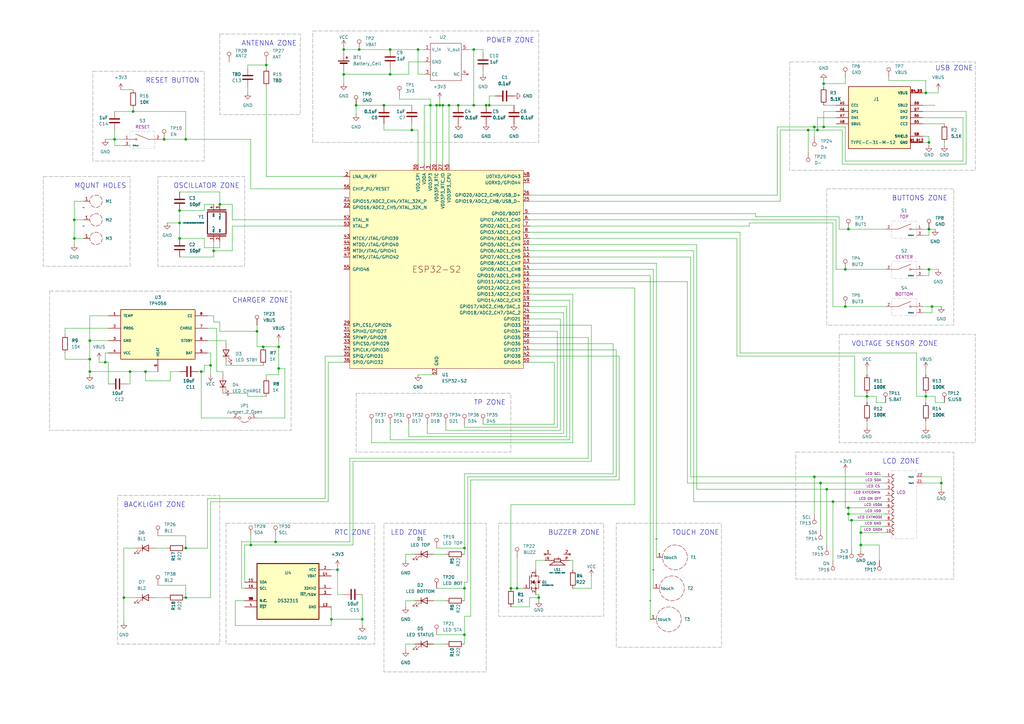
<source format=kicad_sch>
(kicad_sch (version 20230121) (generator eeschema)
  (paper "A3")
  (title_block (title "DRM Watch V3") (date "2023-12-05") (rev "0.1") (company "Dr. Failov"))
  (junction (at 194.31 20.32))
  (junction (at 114.3 151.13))
  (junction (at 36.83 152.4))
  (junction (at 146.05 43.18))
  (junction (at 346.71 125.73))
  (junction (at 339.09 200.66))
  (junction (at 353.06 218.44))
  (junction (at 181.61 43.18))
  (junction (at 337.82 34.29))
  (junction (at 138.43 233.68))
  (junction (at 171.45 20.32))
  (junction (at 107.95 142.24))
  (junction (at 176.53 43.18))
  (junction (at 30.48 97.79))
  (junction (at 109.22 26.67))
  (junction (at 87.63 102.87))
  (junction (at 190.5 241.3))
  (junction (at 73.66 86.36))
  (junction (at 140.97 20.32))
  (junction (at 36.83 147.32))
  (junction (at 102.87 223.52))
  (junction (at 347.98 210.82))
  (junction (at 36.83 139.7))
  (junction (at 86.36 149.86))
  (junction (at 76.2 224.79))
  (junction (at 53.34 152.4))
  (junction (at 379.73 38.1))
  (junction (at 347.98 93.98))
  (junction (at 160.02 20.32))
  (junction (at 179.07 43.18))
  (junction (at 349.25 213.36))
  (junction (at 73.66 97.79))
  (junction (at 59.69 152.4))
  (junction (at 341.63 205.74))
  (junction (at 335.28 53.34))
  (junction (at 54.61 45.72))
  (junction (at 334.01 52.07))
  (junction (at 200.66 43.18))
  (junction (at 194.31 43.18))
  (junction (at 140.97 30.48))
  (junction (at 157.48 43.18))
  (junction (at 331.47 53.34))
  (junction (at 199.39 43.18))
  (junction (at 168.91 53.34))
  (junction (at 46.99 57.15))
  (junction (at 336.55 198.12))
  (junction (at 90.17 83.82))
  (junction (at 381 58.42))
  (junction (at 347.98 208.28))
  (junction (at 114.3 142.24))
  (junction (at 190.5 260.35))
  (junction (at 355.6 162.56))
  (junction (at 346.71 110.49))
  (junction (at 180.34 43.18))
  (junction (at 76.2 57.15))
  (junction (at 381 93.98))
  (junction (at 148.59 254))
  (junction (at 184.15 43.18))
  (junction (at 187.96 43.18))
  (junction (at 113.03 222.25))
  (junction (at 353.06 223.52))
  (junction (at 147.32 20.32))
  (junction (at 209.55 241.3))
  (junction (at 67.31 57.15))
  (junction (at 50.8 245.11))
  (junction (at 220.98 245.11))
  (junction (at 135.89 254))
  (junction (at 43.18 148.59))
  (junction (at 337.82 52.07))
  (junction (at 190.5 224.79))
  (junction (at 212.09 241.3))
  (junction (at 105.41 135.89))
  (junction (at 382.27 125.73))
  (junction (at 381 110.49))
  (junction (at 379.73 162.56))
  (junction (at 76.2 245.11))
  (junction (at 160.02 30.48))
  (junction (at 73.66 91.44))
  (junction (at 386.08 198.12))
  (junction (at 82.55 152.4))
  (junction (at 334.01 195.58))
  (junction (at 30.48 90.17))
  (wire (pts (xy 88.9 134.62) (xy 88.9 152.4)))
  (wire (pts (xy 334.01 52.07) (xy 334.01 55.88)))
  (wire (pts (xy 96.52 256.54) (xy 135.89 256.54)))
  (wire (pts (xy 90.17 83.82) (xy 90.17 78.74)))
  (wire (pts (xy 184.15 43.18) (xy 184.15 67.31)))
  (wire (pts (xy 26.67 147.32) (xy 26.67 144.78)))
  (wire (pts (xy 234.95 241.3) (xy 242.57 241.3)))
  (wire (pts (xy 345.44 53.34) (xy 335.28 53.34)))
  (wire (pts (xy 68.58 91.44) (xy 73.66 91.44)))
  (wire (pts (xy 309.88 88.9) (xy 344.17 88.9)))
  (wire (pts (xy 173.99 30.48) (xy 171.45 30.48)))
  (wire (pts (xy 359.41 165.1) (xy 359.41 162.56)))
  (wire (pts (xy 170.18 227.33) (xy 166.37 227.33)))
  (wire (pts (xy 30.48 97.79) (xy 30.48 90.17)))
  (wire (pts (xy 44.45 134.62) (xy 26.67 134.62)))
  (wire (pts (xy 86.36 245.11) (xy 76.2 245.11)))
  (wire (pts (xy 349.25 213.36) (xy 347.98 213.36)))
  (wire (pts (xy 266.7 113.03) (xy 217.17 113.03)))
  (wire (pts (xy 190.5 264.16) (xy 190.5 260.35)))
  (wire (pts (xy 50.8 255.27) (xy 50.8 245.11)))
  (wire (pts (xy 90.17 101.6) (xy 90.17 99.06)))
  (wire (pts (xy 171.45 53.34) (xy 171.45 67.31)))
  (wire (pts (xy 217.17 143.51) (xy 252.73 143.51)))
  (wire (pts (xy 167.64 173.99) (xy 167.64 179.07)))
  (wire (pts (xy 170.18 246.38) (xy 166.37 246.38)))
  (wire (pts (xy 363.22 213.36) (xy 349.25 213.36)))
  (wire (pts (xy 346.71 125.73) (xy 341.63 125.73)))
  (wire (pts (xy 341.63 125.73) (xy 341.63 91.44)))
  (wire (pts (xy 217.17 245.11) (xy 220.98 245.11)))
  (wire (pts (xy 53.34 157.48) (xy 53.34 152.4)))
  (wire (pts (xy 26.67 147.32) (xy 36.83 147.32)))
  (wire (pts (xy 209.55 248.92) (xy 217.17 248.92)))
  (wire (pts (xy 217.17 146.05) (xy 254 146.05)))
  (wire (pts (xy 200.66 43.18) (xy 210.82 43.18)))
  (wire (pts (xy 160.02 20.32) (xy 171.45 20.32)))
  (wire (pts (xy 353.06 218.44) (xy 363.22 218.44)))
  (wire (pts (xy 99.06 241.3) (xy 100.33 241.3)))
  (wire (pts (xy 81.28 152.4) (xy 82.55 152.4)))
  (wire (pts (xy 82.55 152.4) (xy 83.82 152.4)))
  (wire (pts (xy 83.82 86.36) (xy 73.66 86.36)))
  (wire (pts (xy 232.41 125.73) (xy 217.17 125.73)))
  (wire (pts (xy 95.25 92.71) (xy 95.25 102.87)))
  (wire (pts (xy 203.2 39.37) (xy 200.66 39.37)))
  (wire (pts (xy 96.52 246.38) (xy 96.52 256.54)))
  (wire (pts (xy 90.17 135.89) (xy 105.41 135.89)))
  (wire (pts (xy 379.73 172.72) (xy 379.73 175.26)))
  (wire (pts (xy 191.77 238.76) (xy 190.5 238.76)))
  (wire (pts (xy 339.09 200.66) (xy 285.75 200.66)))
  (wire (pts (xy 212.09 228.6) (xy 212.09 241.3)))
  (wire (pts (xy 43.18 144.78) (xy 44.45 144.78)))
  (wire (pts (xy 40.64 148.59) (xy 43.18 148.59)))
  (wire (pts (xy 269.24 107.95) (xy 269.24 228.6)))
  (wire (pts (xy 184.15 43.18) (xy 187.96 43.18)))
  (wire (pts (xy 54.61 45.72) (xy 76.2 45.72)))
  (wire (pts (xy 109.22 35.56) (xy 109.22 72.39)))
  (wire (pts (xy 44.45 129.54) (xy 36.83 129.54)))
  (wire (pts (xy 173.99 43.18) (xy 176.53 43.18)))
  (wire (pts (xy 318.77 80.01) (xy 217.17 80.01)))
  (wire (pts (xy 331.47 53.34) (xy 331.47 62.23)))
  (wire (pts (xy 379.73 151.13) (xy 379.73 153.67)))
  (wire (pts (xy 355.6 151.13) (xy 355.6 153.67)))
  (wire (pts (xy 85.09 134.62) (xy 88.9 134.62)))
  (wire (pts (xy 168.91 43.18) (xy 157.48 43.18)))
  (wire (pts (xy 378.46 128.27) (xy 382.27 128.27)))
  (wire (pts (xy 167.64 25.4) (xy 167.64 30.48)))
  (wire (pts (xy 187.96 43.18) (xy 194.31 43.18)))
  (wire (pts (xy 83.82 97.79) (xy 83.82 101.6)))
  (wire (pts (xy 177.8 246.38) (xy 182.88 246.38)))
  (wire (pts (xy 383.54 43.18) (xy 378.46 43.18)))
  (wire (pts (xy 381 55.88) (xy 381 58.42)))
  (wire (pts (xy 194.31 43.18) (xy 199.39 43.18)))
  (wire (pts (xy 86.36 144.78) (xy 85.09 144.78)))
  (wire (pts (xy 342.9 90.17) (xy 342.9 110.49)))
  (wire (pts (xy 191.77 195.58) (xy 191.77 238.76)))
  (wire (pts (xy 344.17 88.9) (xy 344.17 93.98)))
  (wire (pts (xy 337.82 52.07) (xy 346.71 52.07)))
  (wire (pts (xy 307.34 92.71) (xy 217.17 92.71)))
  (wire (pts (xy 346.71 110.49) (xy 363.22 110.49)))
  (wire (pts (xy 95.25 90.17) (xy 95.25 83.82)))
  (wire (pts (xy 138.43 243.84) (xy 140.97 243.84)))
  (wire (pts (xy 190.5 173.99) (xy 190.5 175.26)))
  (wire (pts (xy 134.62 205.74) (xy 86.36 205.74)))
  (wire (pts (xy 167.64 30.48) (xy 160.02 30.48)))
  (wire (pts (xy 105.41 135.89) (xy 105.41 142.24)))
  (wire (pts (xy 267.97 241.3) (xy 267.97 110.49)))
  (wire (pts (xy 190.5 194.31) (xy 251.46 194.31)))
  (wire (pts (xy 227.33 148.59) (xy 217.17 148.59)))
  (wire (pts (xy 177.8 227.33) (xy 182.88 227.33)))
  (wire (pts (xy 209.55 241.3) (xy 209.55 207.01)))
  (wire (pts (xy 346.71 34.29) (xy 337.82 34.29)))
  (wire (pts (xy 251.46 140.97) (xy 251.46 194.31)))
  (wire (pts (xy 46.99 53.34) (xy 46.99 57.15)))
  (wire (pts (xy 179.07 43.18) (xy 179.07 67.31)))
  (wire (pts (xy 381 113.03) (xy 381 110.49)))
  (wire (pts (xy 91.44 161.29) (xy 101.6 161.29)))
  (wire (pts (xy 212.09 241.3) (xy 209.55 241.3)))
  (wire (pts (xy 160.02 27.94) (xy 160.02 30.48)))
  (wire (pts (xy 381 110.49) (xy 378.46 110.49)))
  (wire (pts (xy 30.48 82.55) (xy 34.29 82.55)))
  (wire (pts (xy 105.41 171.45) (xy 116.84 171.45)))
  (wire (pts (xy 363.22 165.1) (xy 359.41 165.1)))
  (wire (pts (xy 217.17 97.79) (xy 302.26 97.79)))
  (wire (pts (xy 83.82 101.6) (xy 90.17 101.6)))
  (wire (pts (xy 337.82 33.02) (xy 337.82 34.29)))
  (wire (pts (xy 233.68 180.34) (xy 233.68 123.19)))
  (wire (pts (xy 44.45 157.48) (xy 44.45 148.59)))
  (wire (pts (xy 387.35 165.1) (xy 383.54 165.1)))
  (wire (pts (xy 176.53 40.64) (xy 176.53 43.18)))
  (wire (pts (xy 285.75 100.33) (xy 217.17 100.33)))
  (wire (pts (xy 90.17 132.08) (xy 87.63 132.08)))
  (wire (pts (xy 334.01 52.07) (xy 337.82 52.07)))
  (wire (pts (xy 241.3 138.43) (xy 217.17 138.43)))
  (wire (pts (xy 359.41 162.56) (xy 355.6 162.56)))
  (wire (pts (xy 267.97 110.49) (xy 217.17 110.49)))
  (wire (pts (xy 341.63 205.74) (xy 341.63 229.87)))
  (wire (pts (xy 219.71 233.68) (xy 219.71 229.87)))
  (wire (pts (xy 363.22 210.82) (xy 347.98 210.82)))
  (wire (pts (xy 350.52 146.05) (xy 350.52 162.56)))
  (wire (pts (xy 138.43 233.68) (xy 138.43 232.41)))
  (wire (pts (xy 241.3 187.96) (xy 143.51 187.96)))
  (wire (pts (xy 227.33 173.99) (xy 227.33 148.59)))
  (wire (pts (xy 217.17 87.63) (xy 309.88 87.63)))
  (wire (pts (xy 242.57 133.35) (xy 242.57 189.23)))
  (wire (pts (xy 379.73 161.29) (xy 379.73 162.56)))
  (wire (pts (xy 382.27 125.73) (xy 378.46 125.73)))
  (wire (pts (xy 95.25 83.82) (xy 90.17 83.82)))
  (wire (pts (xy 83.82 149.86) (xy 86.36 149.86)))
  (wire (pts (xy 242.57 241.3) (xy 242.57 236.22)))
  (wire (pts (xy 109.22 153.67) (xy 114.3 153.67)))
  (wire (pts (xy 194.31 20.32) (xy 198.12 20.32)))
  (wire (pts (xy 102.87 77.47) (xy 140.97 77.47)))
  (wire (pts (xy 396.24 67.31) (xy 345.44 67.31)))
  (wire (pts (xy 336.55 198.12) (xy 363.22 198.12)))
  (wire (pts (xy 105.41 142.24) (xy 107.95 142.24)))
  (wire (pts (xy 101.6 35.56) (xy 101.6 38.1)))
  (wire (pts (xy 375.92 144.78) (xy 375.92 162.56)))
  (wire (pts (xy 382.27 128.27) (xy 382.27 125.73)))
  (wire (pts (xy 182.88 176.53) (xy 229.87 176.53)))
  (wire (pts (xy 173.99 43.18) (xy 173.99 67.31)))
  (wire (pts (xy 135.89 256.54) (xy 135.89 254)))
  (wire (pts (xy 384.81 110.49) (xy 381 110.49)))
  (wire (pts (xy 234.95 229.87) (xy 234.95 233.68)))
  (wire (pts (xy 144.78 189.23) (xy 144.78 223.52)))
  (wire (pts (xy 163.83 40.64) (xy 176.53 40.64)))
  (wire (pts (xy 100.33 246.38) (xy 96.52 246.38)))
  (wire (pts (xy 378.46 198.12) (xy 386.08 198.12)))
  (wire (pts (xy 135.89 233.68) (xy 138.43 233.68)))
  (wire (pts (xy 378.46 96.52) (xy 381 96.52)))
  (wire (pts (xy 360.68 229.87) (xy 360.68 223.52)))
  (wire (pts (xy 283.21 105.41) (xy 283.21 195.58)))
  (wire (pts (xy 337.82 45.72) (xy 337.82 52.07)))
  (wire (pts (xy 337.82 43.18) (xy 342.9 43.18)))
  (wire (pts (xy 100.33 223.52) (xy 100.33 238.76)))
  (wire (pts (xy 163.83 39.37) (xy 163.83 40.64)))
  (wire (pts (xy 64.77 219.71) (xy 76.2 219.71)))
  (wire (pts (xy 166.37 266.7) (xy 166.37 264.16)))
  (wire (pts (xy 198.12 20.32) (xy 198.12 21.59)))
  (wire (pts (xy 101.6 26.67) (xy 101.6 27.94)))
  (wire (pts (xy 383.54 162.56) (xy 379.73 162.56)))
  (wire (pts (xy 157.48 53.34) (xy 157.48 50.8)))
  (wire (pts (xy 168.91 53.34) (xy 157.48 53.34)))
  (wire (pts (xy 217.17 115.57) (xy 281.94 115.57)))
  (wire (pts (xy 341.63 91.44) (xy 307.34 91.44)))
  (wire (pts (xy 59.69 156.21) (xy 59.69 152.4)))
  (wire (pts (xy 346.71 66.04) (xy 394.97 66.04)))
  (wire (pts (xy 219.71 229.87) (xy 223.52 229.87)))
  (wire (pts (xy 113.03 219.71) (xy 113.03 222.25)))
  (wire (pts (xy 86.36 205.74) (xy 86.36 245.11)))
  (wire (pts (xy 241.3 138.43) (xy 241.3 187.96)))
  (wire (pts (xy 171.45 20.32) (xy 173.99 20.32)))
  (wire (pts (xy 260.35 118.11) (xy 260.35 207.01)))
  (wire (pts (xy 64.77 240.03) (xy 76.2 240.03)))
  (wire (pts (xy 105.41 133.35) (xy 105.41 135.89)))
  (wire (pts (xy 73.66 91.44) (xy 73.66 97.79)))
  (wire (pts (xy 363.22 125.73) (xy 346.71 125.73)))
  (wire (pts (xy 54.61 44.45) (xy 54.61 45.72)))
  (wire (pts (xy 350.52 162.56) (xy 355.6 162.56)))
  (wire (pts (xy 252.73 143.51) (xy 252.73 195.58)))
  (wire (pts (xy 341.63 205.74) (xy 284.48 205.74)))
  (wire (pts (xy 46.99 59.69) (xy 46.99 57.15)))
  (wire (pts (xy 73.66 97.79) (xy 83.82 97.79)))
  (wire (pts (xy 379.73 38.1) (xy 378.46 38.1)))
  (wire (pts (xy 217.17 95.25) (xy 303.53 95.25)))
  (wire (pts (xy 190.5 224.79) (xy 190.5 227.33)))
  (wire (pts (xy 175.26 177.8) (xy 231.14 177.8)))
  (wire (pts (xy 95.25 90.17) (xy 140.97 90.17)))
  (wire (pts (xy 379.73 162.56) (xy 375.92 162.56)))
  (wire (pts (xy 384.81 38.1) (xy 379.73 38.1)))
  (wire (pts (xy 59.69 152.4) (xy 64.77 152.4)))
  (wire (pts (xy 85.09 139.7) (xy 92.71 139.7)))
  (wire (pts (xy 91.44 152.4) (xy 91.44 153.67)))
  (wire (pts (xy 173.99 25.4) (xy 167.64 25.4)))
  (wire (pts (xy 194.31 20.32) (xy 194.31 43.18)))
  (wire (pts (xy 140.97 146.05) (xy 133.35 146.05)))
  (wire (pts (xy 46.99 45.72) (xy 54.61 45.72)))
  (wire (pts (xy 85.09 224.79) (xy 76.2 224.79)))
  (wire (pts (xy 217.17 105.41) (xy 283.21 105.41)))
  (wire (pts (xy 87.63 102.87) (xy 87.63 105.41)))
  (wire (pts (xy 138.43 233.68) (xy 138.43 243.84)))
  (wire (pts (xy 166.37 264.16) (xy 170.18 264.16)))
  (wire (pts (xy 302.26 97.79) (xy 302.26 146.05)))
  (wire (pts (xy 95.25 92.71) (xy 140.97 92.71)))
  (wire (pts (xy 364.49 31.75) (xy 364.49 33.02)))
  (wire (pts (xy 92.71 139.7) (xy 92.71 140.97)))
  (wire (pts (xy 383.54 165.1) (xy 383.54 162.56)))
  (wire (pts (xy 69.85 156.21) (xy 59.69 156.21)))
  (wire (pts (xy 179.07 224.79) (xy 190.5 224.79)))
  (wire (pts (xy 140.97 20.32) (xy 140.97 21.59)))
  (wire (pts (xy 113.03 222.25) (xy 99.06 222.25)))
  (wire (pts (xy 198.12 29.21) (xy 198.12 30.48)))
  (wire (pts (xy 87.63 129.54) (xy 85.09 129.54)))
  (wire (pts (xy 116.84 151.13) (xy 114.3 151.13)))
  (wire (pts (xy 191.77 195.58) (xy 252.73 195.58)))
  (wire (pts (xy 181.61 43.18) (xy 181.61 67.31)))
  (wire (pts (xy 177.8 264.16) (xy 182.88 264.16)))
  (wire (pts (xy 353.06 223.52) (xy 353.06 226.06)))
  (wire (pts (xy 179.07 260.35) (xy 190.5 260.35)))
  (wire (pts (xy 384.81 36.83) (xy 384.81 38.1)))
  (wire (pts (xy 217.17 102.87) (xy 284.48 102.87)))
  (wire (pts (xy 168.91 53.34) (xy 168.91 50.8)))
  (wire (pts (xy 191.77 20.32) (xy 194.31 20.32)))
  (wire (pts (xy 217.17 71.12) (xy 217.17 72.39)))
  (wire (pts (xy 134.62 148.59) (xy 134.62 205.74)))
  (wire (pts (xy 190.5 238.76) (xy 190.5 241.3)))
  (wire (pts (xy 166.37 246.38) (xy 166.37 248.92)))
  (wire (pts (xy 320.04 82.55) (xy 217.17 82.55)))
  (wire (pts (xy 347.98 93.98) (xy 363.22 93.98)))
  (wire (pts (xy 40.64 147.32) (xy 40.64 148.59)))
  (wire (pts (xy 386.08 200.66) (xy 386.08 198.12)))
  (wire (pts (xy 283.21 195.58) (xy 334.01 195.58)))
  (wire (pts (xy 73.66 86.36) (xy 73.66 91.44)))
  (wire (pts (xy 228.6 175.26) (xy 228.6 135.89)))
  (wire (pts (xy 109.22 26.67) (xy 109.22 27.94)))
  (wire (pts (xy 30.48 97.79) (xy 34.29 97.79)))
  (wire (pts (xy 92.71 149.86) (xy 92.71 148.59)))
  (wire (pts (xy 378.46 45.72) (xy 396.24 45.72)))
  (wire (pts (xy 83.82 83.82) (xy 83.82 86.36)))
  (wire (pts (xy 46.99 57.15) (xy 50.8 57.15)))
  (wire (pts (xy 378.46 55.88) (xy 381 55.88)))
  (wire (pts (xy 160.02 173.99) (xy 160.02 180.34)))
  (wire (pts (xy 52.07 157.48) (xy 53.34 157.48)))
  (wire (pts (xy 30.48 90.17) (xy 30.48 82.55)))
  (wire (pts (xy 381 93.98) (xy 378.46 93.98)))
  (wire (pts (xy 386.08 198.12) (xy 386.08 195.58)))
  (wire (pts (xy 36.83 147.32) (xy 36.83 152.4)))
  (wire (pts (xy 364.49 33.02) (xy 379.73 33.02)))
  (wire (pts (xy 346.71 208.28) (xy 347.98 208.28)))
  (wire (pts (xy 363.22 215.9) (xy 353.06 215.9)))
  (wire (pts (xy 90.17 78.74) (xy 73.66 78.74)))
  (wire (pts (xy 109.22 25.4) (xy 109.22 26.67)))
  (wire (pts (xy 355.6 172.72) (xy 355.6 175.26)))
  (wire (pts (xy 381 96.52) (xy 381 93.98)))
  (wire (pts (xy 337.82 45.72) (xy 342.9 45.72)))
  (wire (pts (xy 386.08 195.58) (xy 378.46 195.58)))
  (wire (pts (xy 342.9 48.26) (xy 335.28 48.26)))
  (wire (pts (xy 220.98 243.84) (xy 220.98 245.11)))
  (wire (pts (xy 346.71 193.04) (xy 346.71 208.28)))
  (wire (pts (xy 228.6 135.89) (xy 217.17 135.89)))
  (wire (pts (xy 193.04 196.85) (xy 254 196.85)))
  (wire (pts (xy 66.04 57.15) (xy 67.31 57.15)))
  (wire (pts (xy 95.25 102.87) (xy 87.63 102.87)))
  (wire (pts (xy 184.15 43.18) (xy 181.61 43.18)))
  (wire (pts (xy 254 196.85) (xy 254 146.05)))
  (wire (pts (xy 219.71 243.84) (xy 220.98 243.84)))
  (wire (pts (xy 242.57 189.23) (xy 144.78 189.23)))
  (wire (pts (xy 43.18 57.15) (xy 46.99 57.15)))
  (wire (pts (xy 133.35 204.47) (xy 85.09 204.47)))
  (wire (pts (xy 102.87 219.71) (xy 102.87 223.52)))
  (wire (pts (xy 307.34 91.44) (xy 307.34 92.71)))
  (wire (pts (xy 43.18 148.59) (xy 43.18 144.78)))
  (wire (pts (xy 83.82 152.4) (xy 83.82 149.86)))
  (wire (pts (xy 95.25 171.45) (xy 82.55 171.45)))
  (wire (pts (xy 36.83 129.54) (xy 36.83 139.7)))
  (wire (pts (xy 114.3 153.67) (xy 114.3 151.13)))
  (wire (pts (xy 339.09 200.66) (xy 339.09 223.52)))
  (wire (pts (xy 198.12 173.99) (xy 227.33 173.99)))
  (wire (pts (xy 53.34 152.4) (xy 59.69 152.4)))
  (wire (pts (xy 233.68 123.19) (xy 217.17 123.19)))
  (wire (pts (xy 347.98 213.36) (xy 347.98 210.82)))
  (wire (pts (xy 281.94 198.12) (xy 336.55 198.12)))
  (wire (pts (xy 353.06 218.44) (xy 353.06 223.52)))
  (wire (pts (xy 320.04 53.34) (xy 320.04 82.55)))
  (wire (pts (xy 335.28 48.26) (xy 335.28 53.34)))
  (wire (pts (xy 190.5 194.31) (xy 190.5 224.79)))
  (wire (pts (xy 90.17 132.08) (xy 90.17 135.89)))
  (wire (pts (xy 383.54 93.98) (xy 381 93.98)))
  (wire (pts (xy 394.97 66.04) (xy 394.97 48.26)))
  (wire (pts (xy 114.3 151.13) (xy 114.3 142.24)))
  (wire (pts (xy 146.05 43.18) (xy 146.05 46.99)))
  (wire (pts (xy 107.95 149.86) (xy 92.71 149.86)))
  (wire (pts (xy 193.04 252.73) (xy 193.04 196.85)))
  (wire (pts (xy 114.3 139.7) (xy 114.3 142.24)))
  (wire (pts (xy 76.2 219.71) (xy 76.2 224.79)))
  (wire (pts (xy 171.45 30.48) (xy 171.45 20.32)))
  (wire (pts (xy 140.97 29.21) (xy 140.97 30.48)))
  (wire (pts (xy 318.77 52.07) (xy 334.01 52.07)))
  (wire (pts (xy 190.5 252.73) (xy 193.04 252.73)))
  (wire (pts (xy 109.22 26.67) (xy 101.6 26.67)))
  (wire (pts (xy 379.73 33.02) (xy 379.73 38.1)))
  (wire (pts (xy 36.83 152.4) (xy 53.34 152.4)))
  (wire (pts (xy 88.9 152.4) (xy 91.44 152.4)))
  (wire (pts (xy 190.5 241.3) (xy 190.5 246.38)))
  (wire (pts (xy 30.48 100.33) (xy 30.48 97.79)))
  (wire (pts (xy 152.4 181.61) (xy 234.95 181.61)))
  (wire (pts (xy 341.63 205.74) (xy 363.22 205.74)))
  (wire (pts (xy 157.48 43.18) (xy 146.05 43.18)))
  (wire (pts (xy 179.07 241.3) (xy 190.5 241.3)))
  (wire (pts (xy 378.46 50.8) (xy 387.35 50.8)))
  (wire (pts (xy 355.6 161.29) (xy 355.6 162.56)))
  (wire (pts (xy 386.08 125.73) (xy 382.27 125.73)))
  (wire (pts (xy 229.87 176.53) (xy 229.87 130.81)))
  (wire (pts (xy 166.37 227.33) (xy 166.37 229.87)))
  (wire (pts (xy 344.17 93.98) (xy 347.98 93.98)))
  (wire (pts (xy 387.35 58.42) (xy 387.35 59.69)))
  (wire (pts (xy 345.44 67.31) (xy 345.44 53.34)))
  (wire (pts (xy 242.57 133.35) (xy 217.17 133.35)))
  (wire (pts (xy 303.53 144.78) (xy 375.92 144.78)))
  (wire (pts (xy 260.35 207.01) (xy 209.55 207.01)))
  (wire (pts (xy 217.17 140.97) (xy 251.46 140.97)))
  (wire (pts (xy 82.55 171.45) (xy 82.55 152.4)))
  (wire (pts (xy 232.41 179.07) (xy 232.41 125.73)))
  (wire (pts (xy 36.83 139.7) (xy 44.45 139.7)))
  (wire (pts (xy 109.22 154.94) (xy 109.22 153.67)))
  (wire (pts (xy 99.06 222.25) (xy 99.06 241.3)))
  (wire (pts (xy 50.8 59.69) (xy 46.99 59.69)))
  (wire (pts (xy 109.22 72.39) (xy 140.97 72.39)))
  (wire (pts (xy 140.97 148.59) (xy 134.62 148.59)))
  (wire (pts (xy 396.24 45.72) (xy 396.24 67.31)))
  (wire (pts (xy 284.48 102.87) (xy 284.48 205.74)))
  (wire (pts (xy 135.89 254) (xy 148.59 254)))
  (wire (pts (xy 181.61 43.18) (xy 180.34 43.18)))
  (wire (pts (xy 140.97 19.05) (xy 140.97 20.32)))
  (wire (pts (xy 116.84 171.45) (xy 116.84 151.13)))
  (wire (pts (xy 30.48 90.17) (xy 34.29 90.17)))
  (wire (pts (xy 160.02 180.34) (xy 233.68 180.34)))
  (wire (pts (xy 381 58.42) (xy 378.46 58.42)))
  (wire (pts (xy 217.17 118.11) (xy 260.35 118.11)))
  (wire (pts (xy 49.53 36.83) (xy 54.61 36.83)))
  (wire (pts (xy 353.06 215.9) (xy 353.06 218.44)))
  (wire (pts (xy 231.14 128.27) (xy 217.17 128.27)))
  (wire (pts (xy 337.82 34.29) (xy 337.82 35.56)))
  (wire (pts (xy 36.83 153.67) (xy 36.83 152.4)))
  (wire (pts (xy 148.59 243.84) (xy 148.59 254)))
  (wire (pts (xy 309.88 87.63) (xy 309.88 88.9)))
  (wire (pts (xy 167.64 179.07) (xy 232.41 179.07)))
  (wire (pts (xy 86.36 144.78) (xy 86.36 149.86)))
  (wire (pts (xy 182.88 173.99) (xy 182.88 176.53)))
  (wire (pts (xy 346.71 52.07) (xy 346.71 66.04)))
  (wire (pts (xy 101.6 162.56) (xy 109.22 162.56)))
  (wire (pts (xy 143.51 187.96) (xy 143.51 222.25)))
  (wire (pts (xy 346.71 31.75) (xy 346.71 34.29)))
  (wire (pts (xy 190.5 175.26) (xy 228.6 175.26)))
  (wire (pts (xy 334.01 195.58) (xy 334.01 210.82)))
  (wire (pts (xy 318.77 52.07) (xy 318.77 80.01)))
  (wire (pts (xy 101.6 161.29) (xy 101.6 162.56)))
  (wire (pts (xy 87.63 105.41) (xy 73.66 105.41)))
  (wire (pts (xy 281.94 115.57) (xy 281.94 198.12)))
  (wire (pts (xy 229.87 130.81) (xy 217.17 130.81)))
  (wire (pts (xy 334.01 195.58) (xy 363.22 195.58)))
  (wire (pts (xy 353.06 223.52) (xy 360.68 223.52)))
  (wire (pts (xy 63.5 224.79) (xy 68.58 224.79)))
  (wire (pts (xy 102.87 223.52) (xy 100.33 223.52)))
  (wire (pts (xy 381 58.42) (xy 381 59.69)))
  (wire (pts (xy 44.45 148.59) (xy 43.18 148.59)))
  (wire (pts (xy 231.14 177.8) (xy 231.14 128.27)))
  (wire (pts (xy 147.32 20.32) (xy 160.02 20.32)))
  (wire (pts (xy 199.39 43.18) (xy 200.66 43.18)))
  (wire (pts (xy 76.2 240.03) (xy 76.2 245.11)))
  (wire (pts (xy 234.95 181.61) (xy 234.95 120.65)))
  (wire (pts (xy 73.66 152.4) (xy 69.85 152.4)))
  (wire (pts (xy 135.89 254) (xy 135.89 248.92)))
  (wire (pts (xy 140.97 30.48) (xy 160.02 30.48)))
  (wire (pts (xy 176.53 43.18) (xy 176.53 67.31)))
  (wire (pts (xy 217.17 107.95) (xy 269.24 107.95)))
  (wire (pts (xy 63.5 245.11) (xy 68.58 245.11)))
  (wire (pts (xy 140.97 20.32) (xy 147.32 20.32)))
  (wire (pts (xy 320.04 53.34) (xy 331.47 53.34)))
  (wire (pts (xy 140.97 34.29) (xy 140.97 30.48)))
  (wire (pts (xy 87.63 132.08) (xy 87.63 129.54)))
  (wire (pts (xy 200.66 39.37) (xy 200.66 43.18)))
  (wire (pts (xy 266.7 254) (xy 266.7 113.03)))
  (wire (pts (xy 303.53 95.25) (xy 303.53 144.78)))
  (wire (pts (xy 171.45 153.67) (xy 179.07 153.67)))
  (wire (pts (xy 355.6 162.56) (xy 355.6 165.1)))
  (wire (pts (xy 214.63 241.3) (xy 212.09 241.3)))
  (wire (pts (xy 36.83 139.7) (xy 36.83 147.32)))
  (wire (pts (xy 302.26 146.05) (xy 350.52 146.05)))
  (wire (pts (xy 144.78 223.52) (xy 102.87 223.52)))
  (wire (pts (xy 349.25 213.36) (xy 349.25 224.79)))
  (wire (pts (xy 143.51 222.25) (xy 113.03 222.25)))
  (wire (pts (xy 180.34 40.64) (xy 180.34 43.18)))
  (wire (pts (xy 285.75 200.66) (xy 285.75 100.33)))
  (wire (pts (xy 190.5 260.35) (xy 190.5 252.73)))
  (wire (pts (xy 234.95 120.65) (xy 217.17 120.65)))
  (wire (pts (xy 331.47 53.34) (xy 335.28 53.34)))
  (wire (pts (xy 86.36 149.86) (xy 86.36 153.67)))
  (wire (pts (xy 220.98 245.11) (xy 220.98 246.38)))
  (wire (pts (xy 217.17 248.92) (xy 217.17 245.11)))
  (wire (pts (xy 50.8 245.11) (xy 55.88 245.11)))
  (wire (pts (xy 379.73 162.56) (xy 379.73 165.1)))
  (wire (pts (xy 394.97 48.26) (xy 378.46 48.26)))
  (wire (pts (xy 347.98 210.82) (xy 347.98 208.28)))
  (wire (pts (xy 26.67 134.62) (xy 26.67 137.16)))
  (wire (pts (xy 378.46 113.03) (xy 381 113.03)))
  (wire (pts (xy 50.8 224.79) (xy 50.8 245.11)))
  (wire (pts (xy 363.22 208.28) (xy 347.98 208.28)))
  (wire (pts (xy 148.59 254) (xy 148.59 256.54)))
  (wire (pts (xy 87.63 102.87) (xy 87.63 99.06)))
  (wire (pts (xy 339.09 200.66) (xy 363.22 200.66)))
  (wire (pts (xy 171.45 53.34) (xy 168.91 53.34)))
  (wire (pts (xy 336.55 198.12) (xy 336.55 217.17)))
  (wire (pts (xy 217.17 90.17) (xy 342.9 90.17)))
  (wire (pts (xy 76.2 57.15) (xy 102.87 57.15)))
  (wire (pts (xy 102.87 57.15) (xy 102.87 77.47)))
  (wire (pts (xy 55.88 224.79) (xy 50.8 224.79)))
  (wire (pts (xy 67.31 57.15) (xy 76.2 57.15)))
  (wire (pts (xy 152.4 173.99) (xy 152.4 181.61)))
  (wire (pts (xy 87.63 83.82) (xy 83.82 83.82)))
  (wire (pts (xy 76.2 45.72) (xy 76.2 57.15)))
  (wire (pts (xy 179.07 43.18) (xy 176.53 43.18)))
  (wire (pts (xy 107.95 142.24) (xy 114.3 142.24)))
  (wire (pts (xy 133.35 146.05) (xy 133.35 204.47)))
  (wire (pts (xy 175.26 173.99) (xy 175.26 177.8)))
  (wire (pts (xy 69.85 152.4) (xy 69.85 156.21)))
  (wire (pts (xy 180.34 43.18) (xy 179.07 43.18)))
  (wire (pts (xy 233.68 229.87) (xy 234.95 229.87)))
  (wire (pts (xy 342.9 110.49) (xy 346.71 110.49)))
  (wire (pts (xy 85.09 204.47) (xy 85.09 224.79)))
  (rectangle (start 339.09 77.47) (end 391.16 133.35) (stroke (width 0) (type dash) (color 132 132 132 1)))
  (rectangle (start 344.17 137.16) (end 400.05 181.61) (stroke (width 0) (type dash) (color 132 132 132 1)))
  (rectangle (start 20.32 119.38) (end 119.38 176.53) (stroke (width 0) (type dash) (color 132 132 132 1)))
  (rectangle (start 204.47 214.63) (end 247.65 252.73) (stroke (width 0) (type dash) (color 132 132 132 1)))
  (rectangle (start 157.48 214.63) (end 199.39 275.59) (stroke (width 0) (type dash) (color 132 132 132 1)))
  (rectangle (start 64.77 72.39) (end 100.33 109.22) (stroke (width 0) (type dash) (color 132 132 132 1)))
  (rectangle (start 128.27 12.7) (end 220.98 58.42) (stroke (width 0) (type dash) (color 132 132 132 1)))
  (rectangle (start 38.1 29.21) (end 83.82 66.04) (stroke (width 0) (type dash) (color 132 132 132 1)))
  (rectangle (start 326.39 185.42) (end 391.16 237.49) (stroke (width 0) (type dash) (color 132 132 132 1)))
  (rectangle (start 252.73 214.63) (end 295.91 265.43) (stroke (width 0) (type dash) (color 132 132 132 1)))
  (rectangle (start 17.78 72.39) (end 53.34 109.22) (stroke (width 0) (type dash) (color 132 132 132 1)))
  (rectangle (start 90.17 13.97) (end 123.19 46.99) (stroke (width 0) (type dash) (color 132 132 132 1)))
  (rectangle (start 146.05 161.29) (end 209.55 185.42) (stroke (width 0) (type dash) (color 132 132 132 1)))
  (rectangle (start 323.85 25.4) (end 400.05 69.85) (stroke (width 0) (type dash) (color 132 132 132 1)))
  (rectangle (start 92.71 214.63) (end 153.67 264.16) (stroke (width 0) (type dash) (color 132 132 132 1)))
  (rectangle (start 48.26 203.2) (end 90.17 264.16) (stroke (width 0) (type dash) (color 132 132 132 1)))
  (text "MOUNT HOLES" (at 30.48 77.47 0) (effects (font (size 2 2)) (justify left bottom)))
  (text "OSCILLATOR ZONE" (at 71.12 77.47 0) (effects (font (size 2 2)) (justify left bottom)))
  (text "BUZZER ZONE" (at 224.79 219.71 0) (effects (font (size 2 2)) (justify left bottom)))
  (text "TOUCH ZONE" (at 275.59 219.71 0) (effects (font (size 2 2)) (justify left bottom)))
  (text "CHARGER ZONE" (at 95.25 124.46 0) (effects (font (size 2 2)) (justify left bottom)))
  (text "TP ZONE" (at 194.31 166.37 0) (effects (font (size 2 2)) (justify left bottom)))
  (text "LED ZONE" (at 175.26 219.71 0) (effects (font (size 2 2)) (justify right bottom)))
  (text "RESET BUTTON" (at 59.69 34.29 0) (effects (font (size 2 2)) (justify left bottom)))
  (text "BUTTONS ZONE" (at 365.76 82.55 0) (effects (font (size 2 2)) (justify left bottom)))
  (text "VOLTAGE SENSOR ZONE\n" (at 349.25 142.24 0) (effects (font (size 2 2)) (justify left bottom)))
  (text "USB ZONE" (at 383.54 29.21 0) (effects (font (size 2 2)) (justify left bottom)))
  (text "ANTENNA ZONE" (at 99.06 19.05 0) (effects (font (size 2 2)) (justify left bottom)))
  (text "LCD ZONE" (at 361.95 190.5 0) (effects (font (size 2 2)) (justify left bottom)))
  (text "POWER ZONE" (at 199.39 17.78 0) (effects (font (size 2 2)) (justify left bottom)))
  (text "RTC ZONE" (at 137.16 219.71 0) (effects (font (size 2 2)) (justify left bottom)))
  (text "BACKLIGHT ZONE" (at 76.2 208.28 0) (effects (font (size 2 2)) (justify right bottom)))
  (symbol (lib_id "Project-Lib:TL3330AF130QG") (at 370.84 93.98 0) (unit 1) (in_bom no)
    (property "Reference" "S1" (at 370.84 86.36 0))
    (property "Value" "TL3330AF130QG" (effects hide))
    (property "Footprint" "Project-Lib:SW_TL3330AF130QG" (effects hide))
    (property "MF" "E-Switch" (effects hide))
    (property "MAXIMUM_PACKAGE_HEIGHT" "3.4 mm" (effects hide))
    (property "Package" "None" (effects hide))
    (property "Price" "None" (effects hide))
    (property "Check_prices" "https://www.snapeda.com/parts/TL3330AF130QG/E-Switch/view-part/?ref=eda" (effects hide))
    (property "STANDARD" "Manufacturer Recommendations" (effects hide))
    (property "PARTREV" "B" (effects hide))
    (property "SnapEDA_Link" "https://www.snapeda.com/parts/TL3330AF130QG/E-Switch/view-part/?ref=snap" (effects hide))
    (property "MP" "TL3330AF130QG" (effects hide))
    (property "Purchase-URL" "https://www.snapeda.com/api/url_track_click_mouser/?unipart_id=437925&manufacturer=E-Switch&part_name=TL3330AF130QG&search_term=tactile smd" (effects hide))
    (property "Description" "\nTactile Switch SPST-NO Side Actuated Surface Mount, Right Angle\n" (effects hide))
    (property "MANUFACTURER" "E-Switch" (effects hide))
    (property "Availability" "In Stock" (effects hide))
    (property "SNAPEDA_PN" "TL3330AF130QG" (effects hide))
    (property "Role" "TOP" (at 370.84 88.9 0))
  )
  (symbol (lib_id "Project-Lib:touch-region") (at 269.24 220.98 0) (unit 1) (in_bom no)
    (property "Reference" "T1" (at 283.21 228.6 0) (effects (justify left)))
    (property "Value" "~" (at 269.24 220.98 0))
    (property "Footprint" "Project-Lib:Touch-Region" (effects hide))
  )
  (symbol (lib_id "power:GND") (at 379.73 175.26 0) (unit 1)
    (property "Reference" "#PWR033" (effects hide))
    (property "Value" "GND" (at 379.73 179.07 0))
  )
  (symbol (lib_id "Project-Lib:touch-region") (at 267.97 233.68 0) (unit 1) (in_bom no)
    (property "Reference" "T2" (at 281.94 241.3 0) (effects (justify left)))
    (property "Value" "~" (at 267.97 233.68 0))
    (property "Footprint" "Project-Lib:Touch-Region" (effects hide))
  )
  (symbol (lib_id "Project-Lib:TestPoint") (at 331.47 62.23 180) (unit 1) (in_bom no)
    (property "Reference" "TP25" (at 334.01 64.262 0) (effects (justify right)))
    (property "Value" "D-" (at 334.01 66.802 0) (effects (justify right)))
    (property "Footprint" "Project-Lib:TestPoint_Pad" (effects hide))
  )
  (symbol (lib_id "power:GND") (at 146.05 46.99 0) (unit 1)
    (property "Reference" "#PWR01" (effects hide))
    (property "Value" "GND" (at 146.05 52.07 0))
  )
  (symbol (lib_id "power:GND") (at 187.96 50.8 0) (unit 1)
    (property "Reference" "#PWR011" (effects hide))
    (property "Value" "GND" (at 187.96 55.88 0))
  )
  (symbol (lib_id "Device:R") (at 186.69 264.16 90) (mirror x) (unit 1)
    (property "Reference" "R10" (at 185.42 265.43 0) (effects (font bold) (justify left)))
    (property "Value" "R22" (at 187.96 265.43 0) (effects (justify left)))
    (property "Footprint" "Project-Lib:R_0603_1608Metric" (effects hide))
  )
  (symbol (lib_id "power:+3V3") (at 138.43 232.41 0) (unit 1)
    (property "Reference" "#PWR040" (effects hide))
    (property "Value" "+3V3" (at 138.43 227.33 0))
  )
  (symbol (lib_id "Project-Lib:TestPoint") (at 349.25 224.79 180) (unit 1) (in_bom no)
    (property "Reference" "TP18" (at 347.98 228.6 0) (effects (justify left)))
    (property "Value" "3v3" (at 347.98 226.06 0) (effects (justify left)))
    (property "Footprint" "Project-Lib:TestPoint_Pad" (effects hide))
  )
  (symbol (lib_id "power:GND") (at 50.8 255.27 0) (unit 1)
    (property "Reference" "#PWR041" (effects hide))
    (property "Value" "GND" (at 50.8 260.35 0))
  )
  (symbol (lib_id "Project-Lib:TL3330AF130QG") (at 370.84 110.49 0) (unit 1) (in_bom no)
    (property "Reference" "S2" (at 370.84 102.87 0))
    (property "Value" "TL3330AF130QG" (effects hide))
    (property "Footprint" "Project-Lib:SW_TL3330AF130QG" (effects hide))
    (property "MF" "E-Switch" (effects hide))
    (property "MAXIMUM_PACKAGE_HEIGHT" "3.4 mm" (effects hide))
    (property "Package" "None" (effects hide))
    (property "Price" "None" (effects hide))
    (property "Check_prices" "https://www.snapeda.com/parts/TL3330AF130QG/E-Switch/view-part/?ref=eda" (effects hide))
    (property "STANDARD" "Manufacturer Recommendations" (effects hide))
    (property "PARTREV" "B" (effects hide))
    (property "SnapEDA_Link" "https://www.snapeda.com/parts/TL3330AF130QG/E-Switch/view-part/?ref=snap" (effects hide))
    (property "MP" "TL3330AF130QG" (effects hide))
    (property "Purchase-URL" "https://www.snapeda.com/api/url_track_click_mouser/?unipart_id=437925&manufacturer=E-Switch&part_name=TL3330AF130QG&search_term=tactile smd" (effects hide))
    (property "Description" "\nTactile Switch SPST-NO Side Actuated Surface Mount, Right Angle\n" (effects hide))
    (property "MANUFACTURER" "E-Switch" (effects hide))
    (property "Availability" "In Stock" (effects hide))
    (property "SNAPEDA_PN" "TL3330AF130QG" (effects hide))
    (property "Role" "CENTER" (at 370.84 105.41 0))
  )
  (symbol (lib_id "Project-Lib:TestPoint") (at 67.31 57.15 0) (unit 1) (in_bom no)
    (property "Reference" "TP10" (at 69.85 52.578 0) (effects (justify left)))
    (property "Value" "EN" (at 69.85 55.118 0) (effects (justify left)))
    (property "Footprint" "Project-Lib:TestPoint_Pad" (effects hide))
  )
  (symbol (lib_id "Project-Lib:TestPoint") (at 113.03 219.71 0) (unit 1) (in_bom no)
    (property "Reference" "TP30" (at 114.3 215.9 0) (effects (justify left)))
    (property "Value" "SCL" (at 114.3 218.44 0) (effects (justify left)))
    (property "Footprint" "Project-Lib:TestPoint_Pad" (effects hide))
  )
  (symbol (lib_id "Project-Lib:screwMount") (at 34.29 92.71 0) (unit 1) (in_bom no)
    (property "Reference" "M3" (at 43.18 97.79 0) (effects (justify left)))
    (property "Value" "~" (at 34.29 92.71 0))
    (property "Footprint" "Project-Lib:m1.2-screw-mount" (effects hide))
  )
  (symbol (lib_id "power:+3V3") (at 49.53 36.83 0) (unit 1)
    (property "Reference" "#PWR038" (effects hide))
    (property "Value" "+3V3" (at 49.53 31.75 0))
  )
  (symbol (lib_id "Project-Lib:TestPoint") (at 182.88 173.99 0) (unit 1) (in_bom no)
    (property "Reference" "TP34" (at 184.15 170.18 0) (effects (justify left)))
    (property "Value" "D21" (at 184.15 172.72 0) (effects (justify left)))
    (property "Footprint" "Project-Lib:TestPoint_Pad" (effects hide))
  )
  (symbol (lib_id "Device:C") (at 210.82 46.99 0) (unit 1)
    (property "Reference" "C6" (at 213.36 45.72 0) (effects (justify left)))
    (property "Value" "0.1uF" (at 213.36 48.26 0) (effects (font bold) (justify left)))
    (property "Footprint" "Project-Lib:C_0603_1608Metric" (effects hide))
  )
  (symbol (lib_id "Project-Lib:TestPoint") (at 334.01 210.82 180) (unit 1) (in_bom no)
    (property "Reference" "TP13" (at 332.74 214.63 0) (effects (justify left)))
    (property "Value" "SCL" (at 332.74 212.09 0) (effects (justify left)))
    (property "Footprint" "Project-Lib:TestPoint_Pad" (effects hide))
  )
  (symbol (lib_id "Project-Lib:ESP32-S2") (at 179.07 110.49 0) (unit 1) (in_bom no)
    (property "Reference" "U1" (at 181.2641 153.67 0) (effects (justify left)))
    (property "Value" "ESP32-S2" (at 181.2641 156.21 0) (effects (justify left)))
    (property "Footprint" "Project-Lib:QFN-56-1EP_7x7mm_P0.4mm_EP4x4mm_ThermalVias" (effects hide))
    (property "Datasheet" "https://www.espressif.com/sites/default/files/documentation/esp32-s2_datasheet_en.pdf" (effects hide))
  )
  (symbol (lib_id "Project-Lib:TestPoint") (at 93.98 25.4 0) (unit 1) (in_bom no)
    (property "Reference" "TP28" (at 96.52 20.828 0) (effects (justify left)))
    (property "Value" "ANT2" (at 96.52 22.86 0) (effects (justify left)))
    (property "Footprint" "Project-Lib:TestPoint_Pad" (effects hide))
  )
  (symbol (lib_id "Project-Lib:TestPoint") (at 212.09 228.6 0) (unit 1) (in_bom no)
    (property "Reference" "TP22" (at 214.63 224.028 0) (effects (justify left)))
    (property "Value" "BUZZ" (at 214.63 226.568 0) (effects (justify left)))
    (property "Footprint" "Project-Lib:TestPoint_Pad" (effects hide))
  )
  (symbol (lib_id "power:VBUS") (at 379.73 151.13 0) (unit 1)
    (property "Reference" "#PWR035" (effects hide))
    (property "Value" "VBUS" (at 379.73 147.32 0))
  )
  (symbol (lib_id "Project-Lib:LDO_ME6211") (at 176.53 15.24 0) (unit 1) (in_bom no)
    (property "Reference" "U2" (at 181.61 15.24 0))
    (property "Value" "~" (at 176.53 15.24 0))
    (property "Footprint" "Project-Lib:ME6211 SOT-23-5" (effects hide))
    (property "Datasheet" "https://pdf1.alldatasheet.com/datasheet-pdf/download/1138839/ETC2/ME6211.html" (effects hide))
  )
  (symbol (lib_id "Project-Lib:touch-region") (at 266.7 246.38 0) (unit 1) (in_bom no)
    (property "Reference" "T3" (at 280.67 254 0) (effects (justify left)))
    (property "Value" "~" (at 266.7 246.38 0))
    (property "Footprint" "Project-Lib:Touch-Region" (effects hide))
  )
  (symbol (lib_id "power:GND") (at 387.35 59.69 0) (unit 1)
    (property "Reference" "#PWR04" (effects hide))
    (property "Value" "GND" (at 387.35 63.5 0))
  )
  (symbol (lib_id "power:GND") (at 101.6 38.1 0) (unit 1)
    (property "Reference" "#PWR037" (effects hide))
    (property "Value" "GND" (at 101.6 43.18 0))
  )
  (symbol (lib_id "Project-Lib:TestPoint") (at 346.71 110.49 0) (unit 1) (in_bom no)
    (property "Reference" "TP4" (at 349.25 105.918 0) (effects (justify left)))
    (property "Value" "BUT2" (at 349.25 108.458 0) (effects (justify left)))
    (property "Footprint" "Project-Lib:TestPoint_Pad" (effects hide))
  )
  (symbol (lib_id "power:GND") (at 386.08 200.66 0) (unit 1)
    (property "Reference" "#PWR022" (effects hide))
    (property "Value" "GND" (at 386.08 204.47 0))
  )
  (symbol (lib_id "power:GND") (at 383.54 93.98 0) (unit 1)
    (property "Reference" "#PWR06" (effects hide))
    (property "Value" "GND" (at 383.54 99.06 0))
  )
  (symbol (lib_id "Device:LED") (at 59.69 224.79 0) (unit 1) (in_bom no)
    (property "Reference" "D6" (at 58.1025 218.44 0))
    (property "Value" "BL1" (at 58.1025 220.98 0))
    (property "Footprint" "Project-Lib:SMD-LED-Side-View" (effects hide))
  )
  (symbol (lib_id "power:VCC") (at 242.57 236.22 0) (unit 1)
    (property "Reference" "#PWR018" (effects hide))
    (property "Value" "VCC" (at 242.57 232.41 0))
  )
  (symbol (lib_id "Project-Lib:TestPoint") (at 179.07 224.79 0) (unit 1) (in_bom no)
    (property "Reference" "TP19" (at 181.61 220.218 0) (effects (justify left)))
    (property "Value" "LED TOP" (at 181.61 222.758 0) (effects (justify left)))
    (property "Footprint" "Project-Lib:TestPoint_Pad" (effects hide))
  )
  (symbol (lib_id "Project-Lib:TestPoint") (at 175.26 173.99 0) (unit 1) (in_bom no)
    (property "Reference" "TP33" (at 176.53 170.18 0) (effects (justify left)))
    (property "Value" "D18" (at 176.53 172.72 0) (effects (justify left)))
    (property "Footprint" "Project-Lib:TestPoint_Pad" (effects hide))
  )
  (symbol (lib_id "Device:C") (at 160.02 24.13 0) (unit 1)
    (property "Reference" "C9" (at 162.56 21.59 0) (effects (justify left)))
    (property "Value" "1uF" (at 162.56 24.13 0) (effects (font bold) (justify left)))
    (property "Footprint" "Project-Lib:C_0805_2012Metric" (effects hide))
  )
  (symbol (lib_id "power:VBUS") (at 114.3 139.7 0) (unit 1)
    (property "Reference" "#PWR030" (effects hide))
    (property "Value" "VBUS" (at 114.3 134.62 0))
  )
  (symbol (lib_id "Project-Lib:TP4056") (at 64.77 137.16 0) (unit 1) (in_bom no)
    (property "Reference" "U3" (at 64.77 121.92 0))
    (property "Value" "TP4056" (at 64.77 124.46 0))
    (property "Footprint" "Project-Lib:SO08" (effects hide))
    (property "MF" "Texas Instruments" (effects hide))
    (property "Description" "\nCharger Li-Ion Article 1A protection, module with IO TP4056 (micro USB)\n" (effects hide))
    (property "Package" "None" (effects hide))
    (property "Price" "None" (effects hide))
    (property "SnapEDA_Link" "https://www.snapeda.com/parts/TP4056/Texas+Instruments/view-part/?ref=snap" (effects hide))
    (property "MP" "TP4056" (effects hide))
    (property "Availability" "Not in stock" (effects hide))
    (property "Check_prices" "https://www.snapeda.com/parts/TP4056/Texas+Instruments/view-part/?ref=eda" (effects hide))
  )
  (symbol (lib_id "power:GND") (at 148.59 256.54 0) (unit 1)
    (property "Reference" "#PWR039" (effects hide))
    (property "Value" "GND" (at 148.59 261.62 0))
  )
  (symbol (lib_id "Device:C") (at 48.26 157.48 270) (unit 1)
    (property "Reference" "C12" (at 46.99 163.83 90) (effects (justify left)))
    (property "Value" "10uF" (at 45.72 161.29 90) (effects (font bold) (justify left)))
    (property "Footprint" "Project-Lib:C_0603_1608Metric" (effects hide))
  )
  (symbol (lib_id "Project-Lib:TestPoint") (at 334.01 55.88 180) (unit 1) (in_bom no)
    (property "Reference" "TP24" (at 336.55 57.912 0) (effects (justify right)))
    (property "Value" "D+" (at 336.55 60.452 0) (effects (justify right)))
    (property "Footprint" "Project-Lib:TestPoint_Pad" (effects hide))
  )
  (symbol (lib_id "Device:C") (at 73.66 101.6 0) (unit 1) (in_bom no)
    (property "Reference" "C2" (at 77.47 100.33 0) (effects (justify left)))
    (property "Value" "10pF" (at 77.47 102.87 0) (effects (font bold) (justify left)))
    (property "Footprint" "Project-Lib:C_0603_1608Metric" (effects hide))
  )
  (symbol (lib_id "power:VBUS") (at 40.64 147.32 0) (unit 1)
    (property "Reference" "#PWR029" (effects hide))
    (property "Value" "VBUS" (at 40.64 142.24 0))
  )
  (symbol (lib_id "power:VCC") (at 86.36 153.67 180) (unit 1)
    (property "Reference" "#PWR028" (effects hide))
    (property "Value" "VCC" (at 86.36 157.48 0))
  )
  (symbol (lib_id "Project-Lib:TestPoint") (at 105.41 133.35 0) (unit 1) (in_bom no)
    (property "Reference" "TP23" (at 107.95 128.778 0) (effects (justify left)))
    (property "Value" "VBUS" (at 107.95 131.318 0) (effects (justify left)))
    (property "Footprint" "Project-Lib:TestPoint_Pad" (effects hide))
  )
  (symbol (lib_id "Project-Lib:TestPoint") (at 364.49 31.75 0) (unit 1) (in_bom no)
    (property "Reference" "TP7" (at 367.03 27.178 0) (effects (justify left)))
    (property "Value" "VBUS" (at 367.03 29.718 0) (effects (justify left)))
    (property "Footprint" "Project-Lib:TestPoint_Pad" (effects hide))
  )
  (symbol (lib_id "Project-Lib:TestPoint") (at 109.22 25.4 0) (unit 1) (in_bom no)
    (property "Reference" "TP27" (at 111.76 20.828 0) (effects (justify left)))
    (property "Value" "ANT" (at 111.76 23.368 0) (effects (justify left)))
    (property "Footprint" "Project-Lib:TestPoint_Pad" (effects hide))
  )
  (symbol (lib_id "Project-Lib:TestPoint") (at 179.07 260.35 0) (unit 1) (in_bom no)
    (property "Reference" "TP21" (at 181.61 255.778 0) (effects (justify left)))
    (property "Value" "LED STA" (at 181.61 258.318 0) (effects (justify left)))
    (property "Footprint" "Project-Lib:TestPoint_Pad" (effects hide))
  )
  (symbol (lib_id "Device:C") (at 73.66 82.55 0) (unit 1) (in_bom no)
    (property "Reference" "C3" (at 77.47 81.28 0) (effects (justify left)))
    (property "Value" "10pF" (at 77.47 83.82 0) (effects (font bold) (justify left)))
    (property "Footprint" "Project-Lib:C_0603_1608Metric" (effects hide))
  )
  (symbol (lib_id "Project-Lib:TL3330AF130QG") (at 370.84 125.73 0) (unit 1) (in_bom no)
    (property "Reference" "S4" (at 370.84 118.11 0))
    (property "Value" "TL3330AF130QG" (effects hide))
    (property "Footprint" "Project-Lib:SW_TL3330AF130QG" (effects hide))
    (property "MF" "E-Switch" (effects hide))
    (property "MAXIMUM_PACKAGE_HEIGHT" "3.4 mm" (effects hide))
    (property "Package" "None" (effects hide))
    (property "Price" "None" (effects hide))
    (property "Check_prices" "https://www.snapeda.com/parts/TL3330AF130QG/E-Switch/view-part/?ref=eda" (effects hide))
    (property "STANDARD" "Manufacturer Recommendations" (effects hide))
    (property "PARTREV" "B" (effects hide))
    (property "SnapEDA_Link" "https://www.snapeda.com/parts/TL3330AF130QG/E-Switch/view-part/?ref=snap" (effects hide))
    (property "MP" "TL3330AF130QG" (effects hide))
    (property "Purchase-URL" "https://www.snapeda.com/api/url_track_click_mouser/?unipart_id=437925&manufacturer=E-Switch&part_name=TL3330AF130QG&search_term=tactile smd" (effects hide))
    (property "Description" "\nTactile Switch SPST-NO Side Actuated Surface Mount, Right Angle\n" (effects hide))
    (property "MANUFACTURER" "E-Switch" (effects hide))
    (property "Availability" "In Stock" (effects hide))
    (property "SNAPEDA_PN" "TL3330AF130QG" (effects hide))
    (property "Role" "BOTTOM" (at 370.84 120.65 0))
  )
  (symbol (lib_id "Project-Lib:TestPoint") (at 346.71 31.75 0) (unit 1) (in_bom no)
    (property "Reference" "TP6" (at 349.25 27.178 0) (effects (justify left)))
    (property "Value" "GND" (at 349.25 29.718 0) (effects (justify left)))
    (property "Footprint" "Project-Lib:TestPoint_Pad" (effects hide))
  )
  (symbol (lib_id "Project-Lib:TestPoint") (at 179.07 241.3 0) (unit 1) (in_bom no)
    (property "Reference" "TP20" (at 181.61 236.728 0) (effects (justify left)))
    (property "Value" "LED BOT" (at 181.61 239.268 0) (effects (justify left)))
    (property "Footprint" "Project-Lib:TestPoint_Pad" (effects hide))
  )
  (symbol (lib_id "Device:C") (at 199.39 46.99 0) (unit 1)
    (property "Reference" "C5" (at 201.93 45.72 0) (effects (justify left)))
    (property "Value" "0.1uF" (at 201.93 48.26 0) (effects (font bold) (justify left)))
    (property "Footprint" "Project-Lib:C_0603_1608Metric" (effects hide))
  )
  (symbol (lib_id "Project-Lib:TestPoint") (at 347.98 93.98 0) (unit 1) (in_bom no)
    (property "Reference" "TP3" (at 350.52 89.408 0) (effects (justify left)))
    (property "Value" "BUT1" (at 350.52 91.948 0) (effects (justify left)))
    (property "Footprint" "Project-Lib:TestPoint_Pad" (effects hide))
  )
  (symbol (lib_id "power:GND") (at 355.6 175.26 0) (unit 1)
    (property "Reference" "#PWR032" (effects hide))
    (property "Value" "GND" (at 355.6 179.07 0))
  )
  (symbol (lib_id "power:GND") (at 386.08 125.73 0) (unit 1)
    (property "Reference" "#PWR020" (effects hide))
    (property "Value" "GND" (at 386.08 130.81 0))
  )
  (symbol (lib_id "Jumper:Jumper_2_Open") (at 100.33 171.45 180) (unit 1)
    (property "Reference" "JP1" (at 100.33 166.37 0))
    (property "Value" "Jumper_2_Open" (at 100.33 168.91 0))
    (property "Footprint" "Project-Lib:SolderJumper-2_P1.3mm_Open_Pad1.0x1.5mm" (effects hide))
  )
  (symbol (lib_id "Device:C") (at 77.47 152.4 270) (unit 1)
    (property "Reference" "C11" (at 76.2 158.75 90) (effects (justify left)))
    (property "Value" "10uF" (at 74.93 156.21 90) (effects (font bold) (justify left)))
    (property "Footprint" "Project-Lib:C_0603_1608Metric" (effects hide))
  )
  (symbol (lib_id "Project-Lib:TL3330AF130QG") (at 58.42 57.15 0) (mirror y) (unit 1) (in_bom no)
    (property "Reference" "S3" (at 58.42 49.53 0))
    (property "Value" "TL3330AF130QG" (effects hide))
    (property "Footprint" "Project-Lib:SW_TL3330AF130QG" (effects hide))
    (property "MF" "E-Switch" (effects hide))
    (property "MAXIMUM_PACKAGE_HEIGHT" "3.4 mm" (effects hide))
    (property "Package" "None" (effects hide))
    (property "Price" "None" (effects hide))
    (property "Check_prices" "https://www.snapeda.com/parts/TL3330AF130QG/E-Switch/view-part/?ref=eda" (effects hide))
    (property "STANDARD" "Manufacturer Recommendations" (effects hide))
    (property "PARTREV" "B" (effects hide))
    (property "SnapEDA_Link" "https://www.snapeda.com/parts/TL3330AF130QG/E-Switch/view-part/?ref=snap" (effects hide))
    (property "MP" "TL3330AF130QG" (effects hide))
    (property "Purchase-URL" "https://www.snapeda.com/api/url_track_click_mouser/?unipart_id=437925&manufacturer=E-Switch&part_name=TL3330AF130QG&search_term=tactile smd" (effects hide))
    (property "Description" "\nTactile Switch SPST-NO Side Actuated Surface Mount, Right Angle\n" (effects hide))
    (property "MANUFACTURER" "E-Switch" (effects hide))
    (property "Availability" "In Stock" (effects hide))
    (property "SNAPEDA_PN" "TL3330AF130QG" (effects hide))
    (property "Role" "RESET" (at 58.42 52.07 0))
  )
  (symbol (lib_id "Device:LED") (at 91.44 157.48 90) (unit 1) (in_bom no)
    (property "Reference" "D4" (at 95.25 157.7975 90) (effects (justify right)))
    (property "Value" "LED CHARGE" (at 95.25 160.3375 90) (effects (justify right)))
    (property "Footprint" "Project-Lib:HOLE_LED_0805_2012Metric" (effects hide))
  )
  (symbol (lib_id "Device:LED") (at 92.71 144.78 90) (unit 1) (in_bom no)
    (property "Reference" "D3" (at 96.52 145.0975 90) (effects (justify right)))
    (property "Value" "LED STBY" (at 96.52 147.6375 90) (effects (justify right)))
    (property "Footprint" "Project-Lib:HOLE_LED_0805_2012Metric" (effects hide))
  )
  (symbol (lib_id "power:GND") (at 166.37 266.7 0) (unit 1)
    (property "Reference" "#PWR031" (effects hide))
    (property "Value" "GND" (at 166.37 271.78 0))
  )
  (symbol (lib_id "Device:R") (at 379.73 157.48 0) (unit 1)
    (property "Reference" "R13" (at 382.27 156.21 0) (effects (justify left)))
    (property "Value" "100K" (at 382.27 158.75 0) (effects (font bold) (justify left)))
    (property "Footprint" "Project-Lib:R_0603_1608Metric" (effects hide))
  )
  (symbol (lib_id "Project-Lib:TestPoint") (at 360.68 229.87 180) (unit 1) (in_bom no)
    (property "Reference" "TP17" (at 359.41 233.68 0) (effects (justify left)))
    (property "Value" "GND" (at 359.41 231.14 0) (effects (justify left)))
    (property "Footprint" "Project-Lib:TestPoint_Pad" (effects hide))
  )
  (symbol (lib_id "power:GND") (at 68.58 91.44 0) (unit 1)
    (property "Reference" "#PWR08" (effects hide))
    (property "Value" "GND" (at 68.58 96.52 0))
  )
  (symbol (lib_id "Project-Lib:DS3231S") (at 118.11 251.46 0) (unit 1)
    (property "Reference" "U4" (at 118.11 234.95 0))
    (property "Value" "DS3231S" (at 118.11 246.38 0))
    (property "Footprint" "Project-Lib:SOIC127P1032X265-16N" (effects hide))
    (property "MF" "Analog Devices" (effects hide))
    (property "Description" "\nReal Time Clock (RTC) IC Clock/Calendar - I²C, 2-Wire Serial 16-SOIC (0.295, 7.50mm Width)\n" (effects hide))
    (property "Package" "SOIC-16 Maxim" (effects hide))
    (property "Price" "None" (effects hide))
    (property "SnapEDA_Link" "https://www.snapeda.com/parts/DS3231S/Analog+Devices/view-part/?ref=snap" (effects hide))
    (property "MP" "DS3231S" (effects hide))
    (property "Purchase-URL" "https://www.snapeda.com/api/url_track_click_mouser/?unipart_id=1065652&manufacturer=Analog Devices&part_name=DS3231S&search_term=ds3231" (effects hide))
    (property "Availability" "In Stock" (effects hide))
    (property "Check_prices" "https://www.snapeda.com/parts/DS3231S/Analog+Devices/view-part/?ref=eda" (effects hide))
  )
  (symbol (lib_id "Project-Lib:TestPoint") (at 64.77 219.71 0) (unit 1) (in_bom no)
    (property "Reference" "TP26" (at 67.31 215.138 0) (effects (justify left)))
    (property "Value" "BL1" (at 67.31 217.678 0) (effects (justify left)))
    (property "Footprint" "Project-Lib:TestPoint_Pad" (effects hide))
  )
  (symbol (lib_id "Project-Lib:TestPoint") (at 198.12 173.99 0) (unit 1) (in_bom no)
    (property "Reference" "TP35" (at 199.39 170.18 0) (effects (justify left)))
    (property "Value" "D45" (at 199.39 172.72 0) (effects (justify left)))
    (property "Footprint" "Project-Lib:TestPoint_Pad" (effects hide))
  )
  (symbol (lib_id "power:GND") (at 220.98 246.38 0) (unit 1)
    (property "Reference" "#PWR019" (effects hide))
    (property "Value" "GND" (at 220.98 250.19 0))
  )
  (symbol (lib_id "power:GND") (at 384.81 110.49 0) (unit 1)
    (property "Reference" "#PWR07" (effects hide))
    (property "Value" "GND" (at 384.81 115.57 0))
  )
  (symbol (lib_id "power:GND") (at 210.82 50.8 0) (unit 1)
    (property "Reference" "#PWR013" (effects hide))
    (property "Value" "GND" (at 210.82 55.88 0))
  )
  (symbol (lib_id "Device:LED") (at 173.99 264.16 0) (unit 1) (in_bom no)
    (property "Reference" "D5" (at 172.4025 257.81 0))
    (property "Value" "LED STATUS" (at 172.4025 260.35 0))
    (property "Footprint" "Project-Lib:HOLE_LED_0805_2012Metric" (effects hide))
  )
  (symbol (lib_id "Device:C") (at 46.99 49.53 180) (unit 1)
    (property "Reference" "C14" (at 44.45 50.8 0) (effects (justify left)))
    (property "Value" "1uF" (at 44.45 48.26 0) (effects (font bold) (justify left)))
    (property "Footprint" "Project-Lib:C_0603_1608Metric" (effects hide))
  )
  (symbol (lib_id "Project-Lib:TestPoint") (at 64.77 240.03 0) (unit 1) (in_bom no)
    (property "Reference" "TP38" (at 67.31 235.458 0) (effects (justify left)))
    (property "Value" "BL2" (at 67.31 237.998 0) (effects (justify left)))
    (property "Footprint" "Project-Lib:TestPoint_Pad" (effects hide))
  )
  (symbol (lib_id "power:GND") (at 43.18 57.15 0) (mirror y) (unit 1)
    (property "Reference" "#PWR015" (effects hide))
    (property "Value" "GND" (at 43.18 62.23 0))
  )
  (symbol (lib_id "Device:C") (at 144.78 243.84 270) (unit 1)
    (property "Reference" "C15" (at 143.51 250.19 90) (effects (justify left)))
    (property "Value" "10uF" (at 142.24 247.65 90) (effects (font bold) (justify left)))
    (property "Footprint" "Project-Lib:C_0603_1608Metric" (effects hide))
  )
  (symbol (lib_id "power:GND") (at 30.48 100.33 0) (unit 1)
    (property "Reference" "#PWR036" (effects hide))
    (property "Value" "GND" (at 30.48 105.41 0))
  )
  (symbol (lib_id "Device:R") (at 379.73 168.91 0) (unit 1)
    (property "Reference" "R14" (at 382.27 167.64 0) (effects (justify left)))
    (property "Value" "100K" (at 382.27 170.18 0) (effects (font bold) (justify left)))
    (property "Footprint" "Project-Lib:R_0603_1608Metric" (effects hide))
  )
  (symbol (lib_id "Device:LED") (at 59.69 245.11 0) (unit 1) (in_bom no)
    (property "Reference" "D7" (at 58.1025 238.76 0))
    (property "Value" "BL2" (at 58.1025 241.3 0))
    (property "Footprint" "Project-Lib:SMD-LED-Side-View" (effects hide))
  )
  (symbol (lib_id "power:GND") (at 166.37 248.92 0) (unit 1)
    (property "Reference" "#PWR024" (effects hide))
    (property "Value" "GND" (at 166.37 254 0))
  )
  (symbol (lib_id "Project-Lib:TestPoint") (at 190.5 173.99 0) (unit 1) (in_bom no)
    (property "Reference" "TP36" (at 191.77 170.18 0) (effects (justify left)))
    (property "Value" "D34" (at 191.77 172.72 0) (effects (justify left)))
    (property "Footprint" "Project-Lib:TestPoint_Pad" (effects hide))
  )
  (symbol (lib_id "Device:LED") (at 173.99 246.38 0) (unit 1) (in_bom no)
    (property "Reference" "D2" (at 172.4025 240.03 0))
    (property "Value" "LED BOTTOM" (at 172.4025 242.57 0))
    (property "Footprint" "Project-Lib:SMD-LED-Side-View" (effects hide))
  )
  (symbol (lib_id "Project-Lib:TestPoint") (at 363.22 165.1 0) (unit 1) (in_bom no)
    (property "Reference" "TP11" (at 364.49 161.29 0) (effects (justify left)))
    (property "Value" "S.BAT" (at 364.49 163.83 0) (effects (justify left)))
    (property "Footprint" "Project-Lib:TestPoint_Pad" (effects hide))
  )
  (symbol (lib_id "Device:LED") (at 173.99 227.33 0) (unit 1) (in_bom no)
    (property "Reference" "D1" (at 172.4025 220.98 0))
    (property "Value" "LED TOP" (at 172.4025 223.52 0))
    (property "Footprint" "Project-Lib:HOLE_LED_0805_2012Metric" (effects hide))
  )
  (symbol (lib_id "Device:R") (at 26.67 140.97 0) (unit 1)
    (property "Reference" "R9" (at 29.21 139.7 0) (effects (font bold) (justify left)))
    (property "Value" "10K" (at 29.21 142.24 0) (effects (justify left)))
    (property "Footprint" "Project-Lib:R_0603_1608Metric" (effects hide))
  )
  (symbol (lib_id "Device:R") (at 234.95 237.49 0) (unit 1)
    (property "Reference" "R4" (at 236.22 236.22 0) (effects (font bold) (justify left)))
    (property "Value" "R22" (at 236.22 238.76 0) (effects (justify left)))
    (property "Footprint" "Project-Lib:R_0603_1608Metric" (effects hide))
  )
  (symbol (lib_id "Device:C") (at 101.6 31.75 180) (unit 1) (in_bom no)
    (property "Reference" "C13" (at 99.06 33.02 0) (effects (justify left)))
    (property "Value" "TBD" (at 99.06 30.48 0) (effects (font bold) (justify left)))
    (property "Footprint" "Project-Lib:C_0603_1608Metric" (effects hide))
    (property "wewe" "haha4455" (effects hide))
  )
  (symbol (lib_id "Project-Lib:screwMount") (at 34.29 77.47 0) (unit 1) (in_bom no)
    (property "Reference" "M1" (at 43.18 82.55 0) (effects (justify left)))
    (property "Value" "~" (at 34.29 77.47 0))
    (property "Footprint" "Project-Lib:m1.2-screw-mount" (effects hide))
  )
  (symbol (lib_id "Project-Lib:687110149022") (at 368.3 205.74 0) (mirror x) (unit 1) (in_bom no)
    (property "Reference" "J2" (effects hide))
    (property "Value" "687110149022" (effects hide))
    (property "Footprint" "Project-Lib:687110149022" (effects hide))
    (property "MF" "Wurth Electronics" (effects hide))
    (property "Description" "\n10 Position FFC, FPC Connector Contacts, Bottom 0.020 (0.50mm) Surface Mount, Right Angle\n" (effects hide))
    (property "Package" "None" (effects hide))
    (property "Price" "None" (effects hide))
    (property "SnapEDA_Link" "https://www.snapeda.com/parts/687110149022/Wurth+Electronics+Inc./view-part/?ref=snap" (effects hide))
    (property "MP" "687110149022" (effects hide))
    (property "Availability" "In Stock" (effects hide))
    (property "Check_prices" "https://www.snapeda.com/parts/687110149022/Wurth+Electronics+Inc./view-part/?ref=eda" (effects hide))
    (property "Role" "LCD" (at 369.57 201.93 0))
    (property "pin1 desc" "LCD SCL" (at 358.14 194.31 0) (effects (font (size 1 1))))
    (property "pin2 desc" "LCD SDA" (at 358.14 196.85 0) (effects (font (size 1 1))))
    (property "pin3 desc" "LCD CS" (at 358.14 199.39 0) (effects (font (size 1 1))))
    (property "pin4 desc" "LCD EXTCOMIN" (at 355.6 201.93 0) (effects (font (size 1 1))))
    (property "pin5 desc" "LCD ON OFF" (at 356.87 204.47 0) (effects (font (size 1 1))))
    (property "pin6 desc" "LCD VDDA" (at 358.14 207.01 0) (effects (font (size 1 1))))
    (property "pin7 desc" "LCD VDD" (at 358.14 209.55 0) (effects (font (size 1 1))))
    (property "pin8 desc" "LCD EXTMODE" (at 356.87 212.09 0) (effects (font (size 1 1))))
    (property "pin9 desc" "LCD GND" (at 358.14 214.63 0) (effects (font (size 1 1))))
    (property "pin10 desc" "LCD GNDA" (at 358.14 217.17 0) (effects (font (size 1 1))))
  )
  (symbol (lib_id "Device:R") (at 72.39 245.11 90) (mirror x) (unit 1)
    (property "Reference" "R18" (at 71.12 246.38 0) (effects (font bold) (justify left)))
    (property "Value" "R22" (at 73.66 246.38 0) (effects (justify left)))
    (property "Footprint" "Project-Lib:R_0603_1608Metric" (effects hide))
  )
  (symbol (lib_id "power:GND") (at 353.06 226.06 0) (unit 1)
    (property "Reference" "#PWR017" (effects hide))
    (property "Value" "GND" (at 353.06 229.87 0))
  )
  (symbol (lib_id "power:VCC") (at 140.97 19.05 0) (unit 1)
    (property "Reference" "#PWR021" (effects hide))
    (property "Value" "VCC" (at 140.97 15.24 0))
  )
  (symbol (lib_id "Device:R") (at 355.6 168.91 0) (unit 1)
    (property "Reference" "R12" (at 358.14 167.64 0) (effects (justify left)))
    (property "Value" "100K" (at 358.14 170.18 0) (effects (font bold) (justify left)))
    (property "Footprint" "Project-Lib:R_0603_1608Metric" (effects hide))
  )
  (symbol (lib_id "Device:R") (at 387.35 54.61 0) (unit 1)
    (property "Reference" "R2" (at 389.89 53.34 0) (effects (justify left)))
    (property "Value" "5.1K" (at 389.89 55.88 0) (effects (font bold) (justify left)))
    (property "Footprint" "Project-Lib:R_0603_1608Metric" (effects hide))
  )
  (symbol (lib_id "Device:R") (at 72.39 224.79 90) (mirror x) (unit 1)
    (property "Reference" "R17" (at 71.12 226.06 0) (effects (font bold) (justify left)))
    (property "Value" "R22" (at 73.66 226.06 0) (effects (justify left)))
    (property "Footprint" "Project-Lib:R_0603_1608Metric" (effects hide))
  )
  (symbol (lib_id "power:GND") (at 210.82 39.37 90) (unit 1)
    (property "Reference" "#PWR014" (effects hide))
    (property "Value" "GND" (at 218.44 39.37 90) (effects (justify left)))
  )
  (symbol (lib_id "Device:C") (at 157.48 46.99 180) (unit 1)
    (property "Reference" "C8" (at 154.94 48.26 0) (effects (justify left)))
    (property "Value" "0.1uF" (at 154.94 45.72 0) (effects (font bold) (justify left)))
    (property "Footprint" "Project-Lib:C_0603_1608Metric" (effects hide))
    (property "wewe" "haha4455" (effects hide))
  )
  (symbol (lib_id "Device:R") (at 186.69 227.33 90) (mirror x) (unit 1)
    (property "Reference" "R5" (at 185.42 228.6 0) (effects (font bold) (justify left)))
    (property "Value" "R22" (at 187.96 228.6 0) (effects (justify left)))
    (property "Footprint" "Project-Lib:R_0603_1608Metric" (effects hide))
  )
  (symbol (lib_id "Project-Lib:TYPE-C-31-M-12") (at 360.68 48.26 0) (unit 1) (in_bom no)
    (property "Reference" "J1" (at 359.41 40.64 0))
    (property "Value" "TYPE-C-31-M-12" (at 358.14 58.42 0))
    (property "Footprint" "Project-Lib:HRO_TYPE-C-31-M-12" (effects hide))
    (property "MF" "HRO Electronics Co., Ltd." (effects hide))
    (property "MAXIMUM_PACKAGE_HEIGHT" "3.26 mm" (effects hide))
    (property "Package" "Package" (effects hide))
    (property "Price" "None" (effects hide))
    (property "Check_prices" "https://www.snapeda.com/parts/TYPE-C-31-M-12/HRO+Electronics+Co.%252C+Ltd./view-part/?ref=eda" (effects hide))
    (property "STANDARD" "Manufacturer Recommendations" (effects hide))
    (property "PARTREV" "2020.12.08" (effects hide))
    (property "SnapEDA_Link" "https://www.snapeda.com/parts/TYPE-C-31-M-12/HRO+Electronics+Co.%252C+Ltd./view-part/?ref=snap" (effects hide))
    (property "MP" "TYPE-C-31-M-12" (effects hide))
    (property "Description" "\nUSB Connectors 24 Receptacle 1 8.94*7.3mm RoHS\n" (effects hide))
    (property "SNAPEDA_PN" "TYPE-C-31-M-12" (effects hide))
    (property "Availability" "Not in stock" (effects hide))
    (property "MANUFACTURER" "HRO Electronics Co., Ltd." (effects hide))
  )
  (symbol (lib_id "Device:C") (at 187.96 46.99 0) (unit 1)
    (property "Reference" "C4" (at 190.5 45.72 0) (effects (justify left)))
    (property "Value" "0.1uF" (at 190.5 48.26 0) (effects (font bold) (justify left)))
    (property "Footprint" "Project-Lib:C_0603_1608Metric" (effects hide))
  )
  (symbol (lib_id "Project-Lib:XRCGB48M000F0Z00R0") (at 87.63 93.98 270) (mirror x) (unit 1) (in_bom no)
    (property "Reference" "Y1" (at 81.28 88.9 90) (effects (justify left)))
    (property "Value" "XRCGB48M000F0Z00R0" (at 74.93 91.44 90) (effects (font (size 0.5 0.5)) (justify left)))
    (property "Footprint" "Project-Lib:OSC_XRCGB48M000F0Z00R0" (effects hide))
    (property "MF" "Murata" (effects hide))
    (property "MAXIMUM_PACKAGE_HEIGHT" "0.7 mm" (effects hide))
    (property "Package" "SMD-4 Murata" (effects hide))
    (property "Price" "None" (effects hide))
    (property "Check_prices" "https://www.snapeda.com/parts/XRCGB48M000F0Z00R0/Murata/view-part/?ref=eda" (effects hide))
    (property "STANDARD" "Manufacturer Recommendations" (effects hide))
    (property "PARTREV" "N/A" (effects hide))
    (property "SnapEDA_Link" "https://www.snapeda.com/parts/XRCGB48M000F0Z00R0/Murata/view-part/?ref=snap" (effects hide))
    (property "MP" "XRCGB48M000F0Z00R0" (effects hide))
    (property "Purchase-URL" "https://www.snapeda.com/api/url_track_click_mouser/?unipart_id=2497019&manufacturer=Murata&part_name=XRCGB48M000F0Z00R0&search_term=40mhz" (effects hide))
    (property "Description" "\nCrystals 40.000Mhz 100ppm Init Freq Tol\n" (effects hide))
    (property "Availability" "In Stock" (effects hide))
    (property "MANUFACTURER" "Murata Electronics" (effects hide))
  )
  (symbol (lib_id "power:VCC") (at 355.6 151.13 0) (unit 1)
    (property "Reference" "#PWR034" (effects hide))
    (property "Value" "VCC" (at 355.6 147.32 0))
  )
  (symbol (lib_id "power:GND") (at 171.45 153.67 0) (unit 1)
    (property "Reference" "#PWR02" (effects hide))
    (property "Value" "GND" (at 171.45 158.75 0))
  )
  (symbol (lib_id "Project-Lib:TestPoint") (at 152.4 173.99 0) (unit 1) (in_bom no)
    (property "Reference" "TP37" (at 153.67 170.18 0) (effects (justify left)))
    (property "Value" "D13" (at 153.67 172.72 0) (effects (justify left)))
    (property "Footprint" "Project-Lib:TestPoint_Pad" (effects hide))
  )
  (symbol (lib_id "Project-Lib:TestPoint") (at 102.87 219.71 0) (unit 1) (in_bom no)
    (property "Reference" "TP29" (at 104.14 215.9 0) (effects (justify left)))
    (property "Value" "SDA" (at 104.14 218.44 0) (effects (justify left)))
    (property "Footprint" "Project-Lib:TestPoint_Pad" (effects hide))
  )
  (symbol (lib_id "Project-Lib:TestPoint") (at 146.05 43.18 0) (unit 1) (in_bom no)
    (property "Reference" "TP9" (at 148.59 38.608 0) (effects (justify left)))
    (property "Value" "GND" (at 148.59 41.148 0) (effects (justify left)))
    (property "Footprint" "Project-Lib:TestPoint_Pad" (effects hide))
  )
  (symbol (lib_id "Device:C") (at 168.91 46.99 180) (unit 1)
    (property "Reference" "C7" (at 166.37 48.26 0) (effects (justify left)))
    (property "Value" "1uF" (at 166.37 45.72 0) (effects (font bold) (justify left)))
    (property "Footprint" "Project-Lib:C_0603_1608Metric" (effects hide))
  )
  (symbol (lib_id "power:GND") (at 166.37 229.87 0) (unit 1)
    (property "Reference" "#PWR023" (effects hide))
    (property "Value" "GND" (at 166.37 234.95 0))
  )
  (symbol (lib_id "Device:R") (at 109.22 31.75 0) (unit 1) (in_bom no)
    (property "Reference" "R15" (at 111.76 30.48 0) (effects (justify left)))
    (property "Value" "TBD" (at 111.76 33.02 0) (effects (font bold) (justify left)))
    (property "Footprint" "Project-Lib:R_0603_1608Metric" (effects hide))
  )
  (symbol (lib_id "power:+3V3") (at 180.34 40.64 0) (unit 1)
    (property "Reference" "#PWR010" (effects hide))
    (property "Value" "+3V3" (at 180.34 35.56 0))
  )
  (symbol (lib_id "Project-Lib:screwMount") (at 34.29 85.09 0) (unit 1) (in_bom no)
    (property "Reference" "M2" (at 43.18 90.17 0) (effects (justify left)))
    (property "Value" "~" (at 34.29 85.09 0))
    (property "Footprint" "Project-Lib:m1.2-screw-mount" (effects hide))
  )
  (symbol (lib_id "Project-Lib:TestPoint") (at 147.32 20.32 0) (unit 1) (in_bom no)
    (property "Reference" "TP2" (at 149.86 15.748 0) (effects (justify left)))
    (property "Value" "VBAT" (at 149.86 18.288 0) (effects (justify left)))
    (property "Footprint" "Project-Lib:TestPoint_Pad" (effects hide))
  )
  (symbol (lib_id "power:GND") (at 140.97 34.29 0) (unit 1)
    (property "Reference" "#PWR09" (effects hide))
    (property "Value" "GND" (at 140.97 39.37 0))
  )
  (symbol (lib_id "Project-Lib:TestPoint") (at 341.63 229.87 180) (unit 1) (in_bom no)
    (property "Reference" "TP16" (at 340.36 233.68 0) (effects (justify left)))
    (property "Value" "ON" (at 340.36 231.14 0) (effects (justify left)))
    (property "Footprint" "Project-Lib:TestPoint_Pad" (effects hide))
  )
  (symbol (lib_id "Project-Lib:CMT-7525S-SMT") (at 228.6 229.87 270) (unit 1) (in_bom no)
    (property "Reference" "LS1" (at 228.6 233.68 90) (effects (font (size 1 1))))
    (property "Value" "CMT-7525S-SMT" (at 228.6 234.95 90) (effects (font (size 0.5 0.5))))
    (property "Footprint" "Project-Lib:CUI_CMT-7525S-SMT" (effects hide))
    (property "MF" "CUI Devices" (effects hide))
    (property "DESCRIPTION" "5 mm, 3 V, 75 dB, Surface Mount _SMT_, Magnetic Audio Transducer Buzzer" (effects hide))
    (property "PACKAGE" "None" (effects hide))
    (property "PRICE" "None" (effects hide))
    (property "Package" "None" (effects hide))
    (property "Check_prices" "https://www.snapeda.com/parts/CMT-7525S-SMT-TR/CUI+Devices/view-part/?ref=eda" (effects hide))
    (property "Price" "None" (effects hide))
    (property "SnapEDA_Link" "https://www.snapeda.com/parts/CMT-7525S-SMT-TR/CUI+Devices/view-part/?ref=snap" (effects hide))
    (property "MP" "CMT-7525S-SMT-TR" (effects hide))
    (property "Purchase-URL" "https://www.snapeda.com/api/url_track_click_mouser/?unipart_id=2776745&manufacturer=CUI Devices&part_name=CMT-7525S-SMT-TR&search_term=buzzer" (effects hide))
    (property "Availability" "In Stock" (effects hide))
    (property "CUI_purchase_URL" "https://www.cuidevices.com/product/audio/buzzers/audio-transducers/cmt-7525s-smt-tr?utm_source=snapeda.com&utm_medium=referral&utm_campaign=snapedaBOM" (effects hide))
    (property "AVAILABILITY" "Unavailable" (effects hide))
    (property "Description" "7.5 mm, 3.6 Vo-p, 90 dB, Surface Mount (SMT), Magnetic Audio Transducer Buzzer" (effects hide))
  )
  (symbol (lib_id "Device:C") (at 207.01 39.37 270) (unit 1)
    (property "Reference" "C1" (at 207.01 31.75 90))
    (property "Value" "0.1uF" (at 207.01 34.29 90) (effects (font bold)))
    (property "Footprint" "Project-Lib:C_0805_2012Metric" (effects hide))
  )
  (symbol (lib_id "power:GND") (at 337.82 33.02 180) (unit 1)
    (property "Reference" "#PWR05" (effects hide))
    (property "Value" "GND" (at 337.82 27.94 0))
  )
  (symbol (lib_id "Project-Lib:TestPoint") (at 163.83 39.37 0) (unit 1) (in_bom no)
    (property "Reference" "TP1" (at 166.37 34.798 0) (effects (justify left)))
    (property "Value" "3V3" (at 166.37 37.338 0) (effects (justify left)))
    (property "Footprint" "Project-Lib:TestPoint_Pad" (effects hide))
  )
  (symbol (lib_id "power:GND") (at 199.39 50.8 0) (unit 1)
    (property "Reference" "#PWR012" (effects hide))
    (property "Value" "GND" (at 199.39 55.88 0))
  )
  (symbol (lib_id "Device:R") (at 209.55 245.11 0) (unit 1)
    (property "Reference" "R1" (at 212.09 243.84 0) (effects (font bold) (justify left)))
    (property "Value" "1K" (at 212.09 246.38 0) (effects (justify left)))
    (property "Footprint" "Project-Lib:R_0603_1608Metric" (effects hide))
  )
  (symbol (lib_id "power:GND") (at 36.83 153.67 0) (unit 1)
    (property "Reference" "#PWR027" (effects hide))
    (property "Value" "GND" (at 36.83 158.75 0))
  )
  (symbol (lib_id "Project-Lib:TestPoint") (at 339.09 223.52 180) (unit 1) (in_bom no)
    (property "Reference" "TP15" (at 337.82 227.33 0) (effects (justify left)))
    (property "Value" "CS" (at 337.82 224.79 0) (effects (justify left)))
    (property "Footprint" "Project-Lib:TestPoint_Pad" (effects hide))
  )
  (symbol (lib_id "Project-Lib:TestPoint") (at 336.55 217.17 180) (unit 1) (in_bom no)
    (property "Reference" "TP14" (at 335.28 220.98 0) (effects (justify left)))
    (property "Value" "SDA" (at 335.28 218.44 0) (effects (justify left)))
    (property "Footprint" "Project-Lib:TestPoint_Pad" (effects hide))
  )
  (symbol (lib_id "power:GND") (at 198.12 30.48 0) (unit 1)
    (property "Reference" "#PWR025" (effects hide))
    (property "Value" "GND" (at 198.12 35.56 0))
  )
  (symbol (lib_id "Device:R") (at 186.69 246.38 90) (mirror x) (unit 1)
    (property "Reference" "R6" (at 185.42 247.65 0) (effects (font bold) (justify left)))
    (property "Value" "R22" (at 187.96 247.65 0) (effects (justify left)))
    (property "Footprint" "Project-Lib:R_0603_1608Metric" (effects hide))
  )
  (symbol (lib_id "Project-Lib:TestPoint") (at 167.64 173.99 0) (unit 1) (in_bom no)
    (property "Reference" "TP32" (at 168.91 170.18 0) (effects (justify left)))
    (property "Value" "D17" (at 168.91 172.72 0) (effects (justify left)))
    (property "Footprint" "Project-Lib:TestPoint_Pad" (effects hide))
  )
  (symbol (lib_id "Device:R") (at 355.6 157.48 0) (unit 1)
    (property "Reference" "R11" (at 358.14 156.21 0) (effects (justify left)))
    (property "Value" "100K" (at 358.14 158.75 0) (effects (font bold) (justify left)))
    (property "Footprint" "Project-Lib:R_0603_1608Metric" (effects hide))
  )
  (symbol (lib_id "Device:Battery_Cell") (at 140.97 26.67 0) (unit 1) (in_bom no)
    (property "Reference" "BT1" (at 144.78 23.5585 0) (effects (justify left)))
    (property "Value" "Battery_Cell" (at 144.78 26.0985 0) (effects (justify left)))
    (property "Footprint" "Project-Lib:Battery" (effects hide))
  )
  (symbol (lib_id "Device:C") (at 198.12 25.4 0) (unit 1)
    (property "Reference" "C10" (at 200.66 22.86 0) (effects (justify left)))
    (property "Value" "1uF" (at 200.66 25.4 0) (effects (font bold) (justify left)))
    (property "Footprint" "Project-Lib:C_0805_2012Metric" (effects hide))
  )
  (symbol (lib_id "Device:R") (at 337.82 39.37 0) (unit 1)
    (property "Reference" "R3" (at 340.36 38.1 0) (effects (justify left)))
    (property "Value" "5.1K" (at 340.36 40.64 0) (effects (font bold) (justify left)))
    (property "Footprint" "Project-Lib:R_0603_1608Metric" (effects hide))
  )
  (symbol (lib_id "power:VBUS") (at 384.81 36.83 0) (unit 1)
    (property "Reference" "#PWR026" (effects hide))
    (property "Value" "VBUS" (at 384.81 31.75 0))
  )
  (symbol (lib_id "Project-Lib:TestPoint") (at 387.35 165.1 0) (unit 1) (in_bom no)
    (property "Reference" "TP12" (at 388.62 161.29 0) (effects (justify left)))
    (property "Value" "S.USB" (at 388.62 163.83 0) (effects (justify left)))
    (property "Footprint" "Project-Lib:TestPoint_Pad" (effects hide))
  )
  (symbol (lib_id "Device:R") (at 54.61 40.64 0) (unit 1)
    (property "Reference" "R16" (at 57.15 39.37 0) (effects (justify left)))
    (property "Value" "10K" (at 57.15 41.91 0) (effects (font bold) (justify left)))
    (property "Footprint" "Project-Lib:R_0603_1608Metric" (effects hide))
  )
  (symbol (lib_id "Project-Lib:2N7002LT1G") (at 217.17 238.76 0) (unit 1) (in_bom no)
    (property "Reference" "Q1" (at 222.25 238.76 0) (effects (font (size 1 1)) (justify left)))
    (property "Value" "2N7002LT1G" (at 222.25 240.03 0) (effects (font (size 0.5 0.5)) (justify left)))
    (property "Footprint" "Project-Lib:SOT95P240X111-3N" (effects hide))
    (property "RS_Components_5450012_Purchase_URL" "https://www.snapeda.com/api/url_track_click/https%253A//uk.rs-online.com/web/p/mosfets/5450012//%253Futm_campaign%253Dbuynow%2526utm_medium%253Daggregator%2526utm_source%253Dsnapeda%2526cm_mmc%253Daff-_-uk-_-snapeda-_-5450012/?unipart_id=7078642&manufacturer=onsemi&part_name=2N7002LT1G&search_term=2n7002lt1g" (effects hide))
    (property "MF" "onsemi" (effects hide))
    (property "MAXIMUM_PACKAGE_HEIGHT" "1.11 mm" (effects hide))
    (property "Package" "SOT-23-3 ON Semiconductor" (effects hide))
    (property "Check_prices" "https://www.snapeda.com/parts/2N7002LT1G/Onsemi/view-part/?ref=eda" (effects hide))
    (property "STANDARD" "IPC 7351B" (effects hide))
    (property "PARTREV" "4" (effects hide))
    (property "SnapEDA_Link" "https://www.snapeda.com/parts/2N7002LT1G/Onsemi/view-part/?ref=snap" (effects hide))
    (property "MP" "2N7002LT1G" (effects hide))
    (property "Purchase-URL" "https://www.snapeda.com/api/url_track_click_mouser/?unipart_id=7078642&manufacturer=onsemi&part_name=2N7002LT1G&search_term=2n7002lt1g" (effects hide))
    (property "Description" "\nN-Channel 60 V 115mA (Tc) 225mW (Ta) Surface Mount SOT-23-3 (TO-236)\n" (effects hide))
    (property "RS_Components_1032941_Purchase_URL" "https://www.snapeda.com/api/url_track_click/https%253A//uk.rs-online.com/web/p/mosfets/1032941//%253Futm_campaign%253Dbuynow%2526utm_medium%253Daggregator%2526utm_source%253Dsnapeda%2526cm_mmc%253Daff-_-uk-_-snapeda-_-1032941/?unipart_id=7078642&manufacturer=onsemi&part_name=2N7002LT1G&search_term=2n7002lt1g" (effects hide))
    (property "RS_Components_5450012P_Purchase_URL" "https://www.snapeda.com/api/url_track_click/https%253A//uk.rs-online.com/web/p/mosfets/5450012p//%253Futm_campaign%253Dbuynow%2526utm_medium%253Daggregator%2526utm_source%253Dsnapeda%2526cm_mmc%253Daff-_-uk-_-snapeda-_-5450012P/?unipart_id=7078642&manufacturer=onsemi&part_name=2N7002LT1G&search_term=2n7002lt1g" (effects hide))
    (property "MANUFACTURER" "ON Semiconductor" (effects hide))
  )
  (symbol (lib_id "power:GND") (at 381 59.69 0) (unit 1)
    (property "Reference" "#PWR03" (effects hide))
    (property "Value" "GND" (at 381 63.5 0))
  )
  (symbol (lib_id "Project-Lib:TestPoint") (at 381 93.98 0) (unit 1) (in_bom no)
    (property "Reference" "TP8" (at 383.54 89.408 0) (effects (justify left)))
    (property "Value" "GND" (at 383.54 91.948 0) (effects (justify left)))
    (property "Footprint" "Project-Lib:TestPoint_Pad" (effects hide))
  )
  (symbol (lib_id "Device:R") (at 109.22 158.75 0) (unit 1)
    (property "Reference" "R8" (at 111.76 157.48 0) (effects (font bold) (justify left)))
    (property "Value" "1K" (at 111.76 160.02 0) (effects (justify left)))
    (property "Footprint" "Project-Lib:R_0603_1608Metric" (effects hide))
  )
  (symbol (lib_id "Device:R") (at 107.95 146.05 0) (unit 1)
    (property "Reference" "R7" (at 110.49 144.78 0) (effects (font bold) (justify left)))
    (property "Value" "1K" (at 110.49 147.32 0) (effects (justify left)))
    (property "Footprint" "Project-Lib:R_0603_1608Metric" (effects hide))
  )
  (symbol (lib_id "Project-Lib:TestPoint") (at 160.02 173.99 0) (unit 1) (in_bom no)
    (property "Reference" "TP31" (at 161.29 170.18 0) (effects (justify left)))
    (property "Value" "D14" (at 161.29 172.72 0) (effects (justify left)))
    (property "Footprint" "Project-Lib:TestPoint_Pad" (effects hide))
  )
  (symbol (lib_id "power:+3V3") (at 346.71 193.04 0) (unit 1)
    (property "Reference" "#PWR016" (effects hide))
    (property "Value" "+3V3" (at 346.71 189.23 0))
  )
  (symbol (lib_id "Project-Lib:TestPoint") (at 346.71 125.73 0) (unit 1) (in_bom no)
    (property "Reference" "TP5" (at 349.25 121.158 0) (effects (justify left)))
    (property "Value" "BUT3" (at 349.25 123.698 0) (effects (justify left)))
    (property "Footprint" "Project-Lib:TestPoint_Pad" (effects hide))
  )
)
</source>
